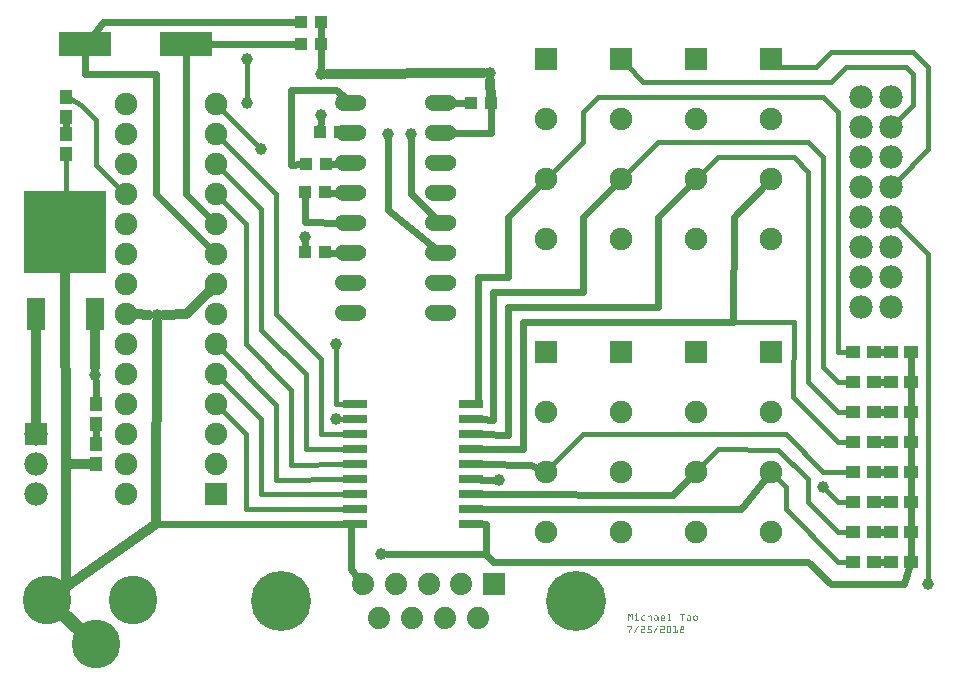
<source format=gtl>
G04 MADE WITH FRITZING*
G04 WWW.FRITZING.ORG*
G04 DOUBLE SIDED*
G04 HOLES PLATED*
G04 CONTOUR ON CENTER OF CONTOUR VECTOR*
%ASAXBY*%
%FSLAX23Y23*%
%MOIN*%
%OFA0B0*%
%SFA1.0B1.0*%
%ADD10C,0.039370*%
%ADD11C,0.078000*%
%ADD12C,0.072556*%
%ADD13C,0.075333*%
%ADD14C,0.074000*%
%ADD15C,0.200000*%
%ADD16C,0.052000*%
%ADD17C,0.075000*%
%ADD18C,0.162000*%
%ADD19R,0.073944X0.073944*%
%ADD20R,0.043307X0.047244*%
%ADD21R,0.075000X0.075000*%
%ADD22R,0.043307X0.039370*%
%ADD23R,0.078000X0.078000*%
%ADD24R,0.047244X0.043307*%
%ADD25R,0.080000X0.026000*%
%ADD26R,0.177165X0.078740*%
%ADD27R,0.275591X0.275591*%
%ADD28R,0.059055X0.106299*%
%ADD29C,0.024000*%
%ADD30C,0.016000*%
%ADD31C,0.032000*%
%ADD32C,0.048000*%
%ADD33R,0.001000X0.001000*%
%LNCOPPER1*%
G90*
G70*
G54D10*
X2773Y641D03*
X3124Y317D03*
X1399Y1817D03*
X1324Y1817D03*
X1150Y1118D03*
G54D11*
X2899Y1942D03*
X2899Y1842D03*
X2899Y1742D03*
X2899Y1642D03*
X2899Y1542D03*
X2899Y1442D03*
X2899Y1342D03*
X2899Y1242D03*
X2899Y1942D03*
X2899Y1842D03*
X2899Y1742D03*
X2899Y1642D03*
X2899Y1542D03*
X2899Y1442D03*
X2899Y1342D03*
X2899Y1242D03*
X2999Y1242D03*
X2999Y1342D03*
X2999Y1442D03*
X2999Y1542D03*
X2999Y1642D03*
X2999Y1742D03*
X2999Y1842D03*
X2999Y1942D03*
G54D10*
X1691Y665D03*
G54D12*
X2099Y2067D03*
G54D13*
X2100Y1867D03*
X2099Y1467D03*
X2099Y1667D03*
G54D12*
X1849Y1092D03*
G54D13*
X1850Y892D03*
X1849Y492D03*
X1849Y692D03*
G54D12*
X2599Y1092D03*
G54D13*
X2600Y892D03*
X2599Y492D03*
X2599Y692D03*
G54D12*
X2349Y1092D03*
G54D13*
X2350Y892D03*
X2349Y492D03*
X2349Y692D03*
G54D12*
X1849Y2067D03*
G54D13*
X1850Y1867D03*
X1849Y1467D03*
X1849Y1667D03*
G54D12*
X2099Y1092D03*
G54D13*
X2100Y892D03*
X2099Y492D03*
X2099Y692D03*
G54D12*
X2349Y2067D03*
G54D13*
X2350Y1867D03*
X2349Y1467D03*
X2349Y1667D03*
G54D12*
X2599Y2067D03*
G54D13*
X2600Y1867D03*
X2599Y1467D03*
X2599Y1667D03*
G54D10*
X1047Y1474D03*
X1150Y867D03*
X1299Y418D03*
X1664Y2021D03*
X851Y2069D03*
G54D14*
X1676Y317D03*
X1567Y317D03*
X1458Y317D03*
X1349Y317D03*
X1240Y317D03*
X1621Y205D03*
X1512Y205D03*
X1404Y205D03*
X1294Y205D03*
G54D15*
X1950Y261D03*
X966Y261D03*
G54D14*
X1676Y317D03*
X1567Y317D03*
X1458Y317D03*
X1349Y317D03*
X1240Y317D03*
X1621Y205D03*
X1512Y205D03*
X1404Y205D03*
X1294Y205D03*
G54D15*
X1950Y261D03*
X966Y261D03*
G54D16*
X1198Y1921D03*
X1198Y1821D03*
X1198Y1721D03*
X1198Y1621D03*
X1198Y1521D03*
X1198Y1421D03*
X1198Y1321D03*
X1198Y1221D03*
X1498Y1221D03*
X1498Y1321D03*
X1498Y1421D03*
X1498Y1521D03*
X1498Y1621D03*
X1498Y1721D03*
X1498Y1821D03*
X1498Y1921D03*
X1198Y1921D03*
X1198Y1821D03*
X1198Y1721D03*
X1198Y1621D03*
X1198Y1521D03*
X1198Y1421D03*
X1198Y1321D03*
X1198Y1221D03*
X1498Y1221D03*
X1498Y1321D03*
X1498Y1421D03*
X1498Y1521D03*
X1498Y1621D03*
X1498Y1721D03*
X1498Y1821D03*
X1498Y1921D03*
G54D17*
X749Y617D03*
X449Y617D03*
X749Y717D03*
X449Y717D03*
X749Y817D03*
X449Y817D03*
X749Y917D03*
X449Y917D03*
X749Y1017D03*
X449Y1017D03*
X749Y1117D03*
X449Y1117D03*
X749Y1217D03*
X449Y1217D03*
X749Y1317D03*
X449Y1317D03*
X749Y1417D03*
X449Y1417D03*
X749Y1517D03*
X449Y1517D03*
X749Y1617D03*
X449Y1617D03*
X749Y1717D03*
X449Y1717D03*
X749Y1817D03*
X449Y1817D03*
X749Y1917D03*
X449Y1917D03*
G54D18*
X474Y265D03*
X186Y264D03*
X349Y117D03*
X474Y265D03*
X186Y264D03*
X349Y117D03*
G54D10*
X1099Y2017D03*
X1099Y1880D03*
X898Y1767D03*
X851Y1922D03*
G54D11*
X149Y817D03*
X149Y717D03*
X149Y617D03*
G54D10*
X347Y1015D03*
X551Y1216D03*
G54D19*
X2098Y2067D03*
X1848Y1092D03*
X2598Y1092D03*
X2348Y1092D03*
X1848Y2067D03*
X2098Y1092D03*
X2348Y2067D03*
X2598Y2067D03*
G54D20*
X349Y850D03*
X349Y917D03*
X349Y717D03*
X349Y784D03*
G54D21*
X749Y617D03*
G54D22*
X1049Y1717D03*
X1116Y1717D03*
X1047Y1624D03*
X1114Y1624D03*
X1047Y1424D03*
X1114Y1424D03*
X1097Y1824D03*
X1164Y1824D03*
X1598Y1921D03*
X1665Y1921D03*
G54D23*
X149Y817D03*
G54D24*
X2999Y392D03*
X3066Y392D03*
X2999Y492D03*
X3066Y492D03*
X2999Y592D03*
X3066Y592D03*
X2999Y692D03*
X3066Y692D03*
X2999Y792D03*
X3066Y792D03*
X2999Y892D03*
X3066Y892D03*
X2999Y992D03*
X3066Y992D03*
G54D20*
X249Y1750D03*
X249Y1817D03*
G54D24*
X2999Y1092D03*
X3066Y1092D03*
X2874Y392D03*
X2941Y392D03*
X2874Y492D03*
X2941Y492D03*
X2874Y592D03*
X2941Y592D03*
X2874Y692D03*
X2941Y692D03*
X2874Y792D03*
X2941Y792D03*
X2874Y892D03*
X2941Y892D03*
X2874Y992D03*
X2941Y992D03*
G54D20*
X249Y1875D03*
X249Y1942D03*
G54D24*
X2874Y1092D03*
X2941Y1092D03*
G54D25*
X1213Y917D03*
X1213Y867D03*
X1213Y817D03*
X1213Y767D03*
X1213Y717D03*
X1213Y667D03*
X1213Y617D03*
X1213Y567D03*
X1599Y567D03*
X1599Y617D03*
X1599Y667D03*
X1599Y717D03*
X1599Y767D03*
X1599Y817D03*
X1599Y867D03*
X1599Y917D03*
X1213Y517D03*
X1599Y517D03*
G54D26*
X314Y2117D03*
X649Y2117D03*
G54D27*
X247Y1490D03*
G54D28*
X346Y1217D03*
X149Y1217D03*
G54D22*
X1099Y2192D03*
X1032Y2192D03*
X1099Y2117D03*
X1032Y2117D03*
G54D29*
X1724Y1541D02*
X1724Y1343D01*
D02*
X1724Y1343D02*
X1624Y1343D01*
D02*
X1974Y1541D02*
X1974Y1291D01*
D02*
X1974Y1291D02*
X1673Y1291D01*
D02*
X2223Y1541D02*
X2223Y1242D01*
D02*
X2223Y1242D02*
X1724Y1242D01*
D02*
X2475Y1541D02*
X2473Y1191D01*
D02*
X2473Y1191D02*
X1773Y1191D01*
D02*
X1623Y918D02*
X1599Y917D01*
D02*
X1773Y1191D02*
X1774Y767D01*
D02*
X1724Y1242D02*
X1723Y816D01*
D02*
X1673Y1291D02*
X1673Y866D01*
D02*
X1624Y1343D02*
X1623Y918D01*
D02*
X1673Y866D02*
X1633Y867D01*
D02*
X1723Y816D02*
X1633Y817D01*
D02*
X1774Y767D02*
X1633Y767D01*
D02*
X2577Y1645D02*
X2475Y1541D01*
D02*
X2326Y1645D02*
X2223Y1541D01*
D02*
X2076Y1645D02*
X1974Y1541D01*
D02*
X1826Y1645D02*
X1724Y1541D01*
D02*
X2274Y616D02*
X1633Y617D01*
D02*
X2498Y567D02*
X1633Y567D01*
D02*
X2579Y668D02*
X2498Y567D01*
D02*
X2327Y670D02*
X2274Y616D01*
D02*
X1798Y716D02*
X1633Y717D01*
D02*
X1820Y706D02*
X1798Y716D01*
G54D30*
D02*
X2675Y1191D02*
X2674Y941D01*
D02*
X2773Y1042D02*
X2823Y992D01*
D02*
X2724Y1692D02*
X2675Y1741D01*
D02*
X2723Y992D02*
X2724Y1692D01*
D02*
X2674Y941D02*
X2823Y793D01*
D02*
X2473Y1191D02*
X2675Y1191D01*
D02*
X2823Y992D02*
X2856Y992D01*
D02*
X2823Y891D02*
X2723Y992D01*
D02*
X2823Y793D02*
X2856Y792D01*
D02*
X2675Y1741D02*
X2423Y1741D01*
D02*
X2423Y1741D02*
X2367Y1686D01*
D02*
X2724Y1792D02*
X2774Y1741D01*
D02*
X2774Y1741D02*
X2773Y1042D01*
D02*
X2224Y1791D02*
X2724Y1792D01*
D02*
X2117Y1686D02*
X2224Y1791D01*
D02*
X2856Y892D02*
X2823Y891D01*
D02*
X1973Y1892D02*
X1974Y1791D01*
D02*
X2773Y691D02*
X2649Y817D01*
D02*
X2824Y1092D02*
X2823Y1891D01*
D02*
X2823Y691D02*
X2773Y691D01*
D02*
X2649Y567D02*
X2649Y642D01*
D02*
X2649Y642D02*
X2617Y674D01*
D02*
X2823Y392D02*
X2649Y567D01*
D02*
X2856Y392D02*
X2823Y392D01*
D02*
X2649Y817D02*
X1973Y817D01*
D02*
X1973Y817D02*
X1867Y711D01*
D02*
X2856Y691D02*
X2823Y691D01*
G54D29*
D02*
X3066Y1008D02*
X3066Y1076D01*
D02*
X3066Y908D02*
X3066Y976D01*
D02*
X3066Y808D02*
X3066Y876D01*
D02*
X3066Y708D02*
X3066Y776D01*
D02*
X3066Y608D02*
X3066Y676D01*
D02*
X3066Y508D02*
X3066Y576D01*
D02*
X3066Y476D02*
X3066Y408D01*
G54D30*
D02*
X2823Y1891D02*
X2774Y1941D01*
D02*
X2774Y1941D02*
X2024Y1942D01*
D02*
X2024Y1942D02*
X1973Y1892D01*
D02*
X1974Y1791D02*
X1867Y1686D01*
D02*
X2856Y1092D02*
X2824Y1092D01*
D02*
X2824Y591D02*
X2783Y632D01*
G54D29*
D02*
X3041Y317D02*
X3060Y376D01*
G54D30*
D02*
X2724Y591D02*
X2724Y667D01*
D02*
X2724Y667D02*
X2624Y766D01*
D02*
X2624Y766D02*
X2424Y767D01*
G54D29*
D02*
X2799Y317D02*
X3041Y317D01*
D02*
X2723Y392D02*
X2799Y317D01*
D02*
X1674Y391D02*
X2723Y392D01*
D02*
X1650Y418D02*
X1674Y391D01*
G54D30*
D02*
X2823Y492D02*
X2724Y591D01*
D02*
X2424Y767D02*
X2367Y711D01*
D02*
X2856Y592D02*
X2824Y591D01*
D02*
X2856Y492D02*
X2823Y492D01*
D02*
X2798Y2092D02*
X2749Y2041D01*
D02*
X3074Y2092D02*
X2798Y2092D01*
D02*
X3123Y2042D02*
X3074Y2092D01*
D02*
X3124Y1767D02*
X3123Y2042D01*
D02*
X2749Y2041D02*
X2624Y2041D01*
D02*
X2624Y2041D02*
X2616Y2050D01*
D02*
X3016Y1659D02*
X3124Y1767D01*
D02*
X3074Y1916D02*
X3016Y1859D01*
D02*
X3074Y2017D02*
X3074Y1916D01*
D02*
X3050Y2042D02*
X3074Y2017D01*
D02*
X2848Y2042D02*
X3050Y2042D01*
D02*
X2799Y1992D02*
X2848Y2042D01*
D02*
X2173Y1992D02*
X2799Y1992D01*
D02*
X2116Y2050D02*
X2173Y1992D01*
D02*
X3124Y1417D02*
X3016Y1524D01*
D02*
X3124Y330D02*
X3124Y1417D01*
G54D29*
D02*
X1399Y1798D02*
X1399Y1617D01*
D02*
X1324Y1798D02*
X1324Y1566D01*
D02*
X1399Y1617D02*
X1479Y1540D01*
D02*
X1324Y1566D02*
X1478Y1439D01*
G54D30*
D02*
X1149Y917D02*
X1178Y917D01*
D02*
X1150Y1104D02*
X1149Y917D01*
D02*
X348Y1866D02*
X348Y1716D01*
D02*
X348Y1716D02*
X432Y1633D01*
D02*
X300Y1916D02*
X348Y1866D01*
D02*
X265Y1934D02*
X300Y1916D01*
D02*
X248Y1606D02*
X249Y1732D01*
G54D29*
D02*
X249Y1835D02*
X249Y1857D01*
D02*
X1672Y665D02*
X1633Y666D01*
D02*
X1199Y367D02*
X1220Y341D01*
D02*
X1199Y517D02*
X1199Y367D01*
D02*
X1213Y517D02*
X1199Y517D01*
D02*
X1047Y1455D02*
X1047Y1438D01*
G54D30*
D02*
X1163Y867D02*
X1178Y867D01*
G54D29*
D02*
X1648Y517D02*
X1633Y517D01*
D02*
X1650Y418D02*
X1648Y517D01*
D02*
X1318Y418D02*
X1650Y418D01*
G54D31*
D02*
X650Y1217D02*
X725Y1293D01*
D02*
X527Y1216D02*
X483Y1217D01*
D02*
X576Y1216D02*
X650Y1217D01*
G54D29*
D02*
X1149Y1966D02*
X998Y1966D01*
D02*
X998Y1716D02*
X1033Y1717D01*
D02*
X1178Y1940D02*
X1149Y1966D01*
D02*
X998Y1966D02*
X998Y1716D01*
G54D31*
D02*
X249Y717D02*
X333Y717D01*
D02*
X249Y717D02*
X249Y317D01*
D02*
X249Y317D02*
X244Y313D01*
D02*
X247Y1364D02*
X249Y717D01*
G54D29*
D02*
X1132Y1718D02*
X1171Y1720D01*
D02*
X349Y832D02*
X349Y802D01*
D02*
X348Y996D02*
X349Y935D01*
G54D31*
D02*
X1123Y2017D02*
X1640Y2021D01*
G54D29*
D02*
X649Y1618D02*
X649Y2083D01*
D02*
X548Y1618D02*
X548Y2018D01*
D02*
X548Y2018D02*
X314Y2018D01*
D02*
X314Y2018D02*
X314Y2083D01*
D02*
X729Y1437D02*
X548Y1618D01*
D02*
X729Y1537D02*
X649Y1618D01*
G54D30*
D02*
X851Y1935D02*
X851Y2056D01*
D02*
X1049Y767D02*
X1049Y1017D01*
D02*
X898Y1567D02*
X765Y1700D01*
D02*
X898Y1166D02*
X898Y1567D01*
D02*
X1049Y1017D02*
X898Y1166D01*
G54D29*
D02*
X1171Y1522D02*
X1046Y1524D01*
D02*
X1046Y1524D02*
X1047Y1609D01*
G54D30*
D02*
X1178Y767D02*
X1049Y767D01*
D02*
X1098Y817D02*
X1098Y1067D01*
D02*
X1178Y817D02*
X1098Y817D01*
D02*
X949Y1617D02*
X765Y1801D01*
D02*
X949Y1218D02*
X949Y1617D01*
D02*
X1098Y1067D02*
X949Y1218D01*
G54D29*
D02*
X1171Y1622D02*
X1130Y1623D01*
G54D30*
D02*
X848Y1517D02*
X848Y1117D01*
D02*
X848Y1117D02*
X999Y966D01*
D02*
X999Y716D02*
X1178Y717D01*
G54D29*
D02*
X1171Y1422D02*
X1130Y1423D01*
G54D30*
D02*
X765Y1601D02*
X848Y1517D01*
D02*
X999Y966D02*
X999Y716D01*
G54D31*
D02*
X549Y517D02*
X248Y307D01*
G54D29*
D02*
X1178Y517D02*
X549Y517D01*
G54D30*
D02*
X765Y900D02*
X848Y817D01*
D02*
X848Y817D02*
X848Y567D01*
D02*
X848Y567D02*
X1178Y567D01*
G54D29*
D02*
X1526Y1921D02*
X1582Y1921D01*
D02*
X1526Y1821D02*
X1665Y1821D01*
D02*
X1665Y1821D02*
X1665Y1907D01*
D02*
X1097Y1838D02*
X1098Y1861D01*
G54D31*
D02*
X1664Y1996D02*
X1665Y1936D01*
G54D30*
D02*
X765Y1101D02*
X949Y916D01*
D02*
X899Y867D02*
X765Y1000D01*
D02*
X889Y1777D02*
X765Y1900D01*
D02*
X898Y617D02*
X899Y867D01*
D02*
X1178Y617D02*
X898Y617D01*
D02*
X949Y916D02*
X949Y666D01*
D02*
X949Y666D02*
X1178Y667D01*
G54D29*
D02*
X1180Y1823D02*
X1171Y1823D01*
D02*
X2959Y492D02*
X2981Y492D01*
D02*
X2959Y592D02*
X2981Y592D01*
D02*
X2959Y392D02*
X2981Y392D01*
D02*
X2959Y1092D02*
X2981Y1092D01*
D02*
X2959Y992D02*
X2981Y992D01*
D02*
X2981Y892D02*
X2959Y892D01*
D02*
X2959Y792D02*
X2981Y792D01*
D02*
X2959Y692D02*
X2981Y692D01*
G54D31*
D02*
X346Y1169D02*
X347Y1040D01*
G54D32*
D02*
X288Y171D02*
X246Y210D01*
G54D31*
D02*
X549Y517D02*
X551Y1191D01*
G54D29*
D02*
X1099Y2131D02*
X1099Y2178D01*
D02*
X1099Y2103D02*
X1099Y2036D01*
D02*
X374Y2191D02*
X1016Y2192D01*
D02*
X341Y2151D02*
X374Y2191D01*
D02*
X732Y2117D02*
X1016Y2117D01*
G54D31*
D02*
X149Y847D02*
X149Y1169D01*
G54D33*
X1169Y1948D02*
X1227Y1948D01*
X1469Y1948D02*
X1527Y1948D01*
X1164Y1947D02*
X1231Y1947D01*
X1464Y1947D02*
X1531Y1947D01*
X1162Y1946D02*
X1234Y1946D01*
X1462Y1946D02*
X1534Y1946D01*
X1160Y1945D02*
X1236Y1945D01*
X1460Y1945D02*
X1536Y1945D01*
X1158Y1944D02*
X1238Y1944D01*
X1458Y1944D02*
X1538Y1944D01*
X1157Y1943D02*
X1239Y1943D01*
X1457Y1943D02*
X1539Y1943D01*
X1156Y1942D02*
X1240Y1942D01*
X1456Y1942D02*
X1540Y1942D01*
X1154Y1941D02*
X1241Y1941D01*
X1454Y1941D02*
X1541Y1941D01*
X1153Y1940D02*
X1242Y1940D01*
X1453Y1940D02*
X1542Y1940D01*
X1153Y1939D02*
X1243Y1939D01*
X1453Y1939D02*
X1543Y1939D01*
X1152Y1938D02*
X1195Y1938D01*
X1201Y1938D02*
X1244Y1938D01*
X1452Y1938D02*
X1495Y1938D01*
X1501Y1938D02*
X1544Y1938D01*
X1151Y1937D02*
X1191Y1937D01*
X1205Y1937D02*
X1245Y1937D01*
X1451Y1937D02*
X1491Y1937D01*
X1504Y1937D02*
X1545Y1937D01*
X1150Y1936D02*
X1189Y1936D01*
X1206Y1936D02*
X1245Y1936D01*
X1450Y1936D02*
X1489Y1936D01*
X1506Y1936D02*
X1545Y1936D01*
X1150Y1935D02*
X1188Y1935D01*
X1208Y1935D02*
X1246Y1935D01*
X1450Y1935D02*
X1488Y1935D01*
X1508Y1935D02*
X1546Y1935D01*
X1149Y1934D02*
X1187Y1934D01*
X1209Y1934D02*
X1246Y1934D01*
X1449Y1934D02*
X1486Y1934D01*
X1509Y1934D02*
X1546Y1934D01*
X1149Y1933D02*
X1186Y1933D01*
X1210Y1933D02*
X1247Y1933D01*
X1449Y1933D02*
X1486Y1933D01*
X1510Y1933D02*
X1547Y1933D01*
X1148Y1932D02*
X1185Y1932D01*
X1211Y1932D02*
X1247Y1932D01*
X1448Y1932D02*
X1485Y1932D01*
X1511Y1932D02*
X1547Y1932D01*
X1148Y1931D02*
X1184Y1931D01*
X1212Y1931D02*
X1248Y1931D01*
X1448Y1931D02*
X1484Y1931D01*
X1512Y1931D02*
X1548Y1931D01*
X1148Y1930D02*
X1183Y1930D01*
X1212Y1930D02*
X1248Y1930D01*
X1447Y1930D02*
X1483Y1930D01*
X1512Y1930D02*
X1548Y1930D01*
X1147Y1929D02*
X1183Y1929D01*
X1213Y1929D02*
X1248Y1929D01*
X1447Y1929D02*
X1483Y1929D01*
X1513Y1929D02*
X1548Y1929D01*
X1147Y1928D02*
X1182Y1928D01*
X1213Y1928D02*
X1249Y1928D01*
X1447Y1928D02*
X1482Y1928D01*
X1513Y1928D02*
X1549Y1928D01*
X1147Y1927D02*
X1182Y1927D01*
X1214Y1927D02*
X1249Y1927D01*
X1447Y1927D02*
X1482Y1927D01*
X1513Y1927D02*
X1549Y1927D01*
X1147Y1926D02*
X1182Y1926D01*
X1214Y1926D02*
X1249Y1926D01*
X1447Y1926D02*
X1482Y1926D01*
X1514Y1926D02*
X1549Y1926D01*
X1146Y1925D02*
X1182Y1925D01*
X1214Y1925D02*
X1249Y1925D01*
X1446Y1925D02*
X1482Y1925D01*
X1514Y1925D02*
X1549Y1925D01*
X1146Y1924D02*
X1182Y1924D01*
X1214Y1924D02*
X1249Y1924D01*
X1446Y1924D02*
X1481Y1924D01*
X1514Y1924D02*
X1549Y1924D01*
X1146Y1923D02*
X1181Y1923D01*
X1214Y1923D02*
X1249Y1923D01*
X1446Y1923D02*
X1481Y1923D01*
X1514Y1923D02*
X1549Y1923D01*
X1146Y1922D02*
X1181Y1922D01*
X1214Y1922D02*
X1249Y1922D01*
X1446Y1922D02*
X1481Y1922D01*
X1514Y1922D02*
X1549Y1922D01*
X1146Y1921D02*
X1181Y1921D01*
X1214Y1921D02*
X1249Y1921D01*
X1446Y1921D02*
X1481Y1921D01*
X1514Y1921D02*
X1549Y1921D01*
X1146Y1920D02*
X1182Y1920D01*
X1214Y1920D02*
X1249Y1920D01*
X1446Y1920D02*
X1482Y1920D01*
X1514Y1920D02*
X1549Y1920D01*
X1147Y1919D02*
X1182Y1919D01*
X1214Y1919D02*
X1249Y1919D01*
X1447Y1919D02*
X1482Y1919D01*
X1514Y1919D02*
X1549Y1919D01*
X1147Y1918D02*
X1182Y1918D01*
X1214Y1918D02*
X1249Y1918D01*
X1447Y1918D02*
X1482Y1918D01*
X1514Y1918D02*
X1549Y1918D01*
X1147Y1917D02*
X1182Y1917D01*
X1213Y1917D02*
X1249Y1917D01*
X1447Y1917D02*
X1482Y1917D01*
X1513Y1917D02*
X1549Y1917D01*
X1147Y1916D02*
X1183Y1916D01*
X1213Y1916D02*
X1249Y1916D01*
X1447Y1916D02*
X1483Y1916D01*
X1513Y1916D02*
X1548Y1916D01*
X1147Y1915D02*
X1183Y1915D01*
X1213Y1915D02*
X1248Y1915D01*
X1447Y1915D02*
X1483Y1915D01*
X1512Y1915D02*
X1548Y1915D01*
X1148Y1914D02*
X1184Y1914D01*
X1212Y1914D02*
X1248Y1914D01*
X1448Y1914D02*
X1484Y1914D01*
X1512Y1914D02*
X1548Y1914D01*
X1148Y1913D02*
X1184Y1913D01*
X1211Y1913D02*
X1248Y1913D01*
X1448Y1913D02*
X1484Y1913D01*
X1511Y1913D02*
X1548Y1913D01*
X1148Y1912D02*
X1185Y1912D01*
X1210Y1912D02*
X1247Y1912D01*
X1448Y1912D02*
X1485Y1912D01*
X1510Y1912D02*
X1547Y1912D01*
X1149Y1911D02*
X1186Y1911D01*
X1210Y1911D02*
X1247Y1911D01*
X1449Y1911D02*
X1486Y1911D01*
X1510Y1911D02*
X1547Y1911D01*
X1150Y1910D02*
X1187Y1910D01*
X1208Y1910D02*
X1246Y1910D01*
X1450Y1910D02*
X1487Y1910D01*
X1508Y1910D02*
X1546Y1910D01*
X1150Y1909D02*
X1188Y1909D01*
X1207Y1909D02*
X1246Y1909D01*
X1450Y1909D02*
X1488Y1909D01*
X1507Y1909D02*
X1546Y1909D01*
X1151Y1908D02*
X1190Y1908D01*
X1205Y1908D02*
X1245Y1908D01*
X1451Y1908D02*
X1490Y1908D01*
X1505Y1908D02*
X1545Y1908D01*
X1151Y1907D02*
X1193Y1907D01*
X1203Y1907D02*
X1244Y1907D01*
X1451Y1907D02*
X1493Y1907D01*
X1503Y1907D02*
X1544Y1907D01*
X1152Y1906D02*
X1243Y1906D01*
X1452Y1906D02*
X1543Y1906D01*
X1153Y1905D02*
X1243Y1905D01*
X1453Y1905D02*
X1543Y1905D01*
X1154Y1904D02*
X1242Y1904D01*
X1454Y1904D02*
X1542Y1904D01*
X1155Y1903D02*
X1241Y1903D01*
X1455Y1903D02*
X1541Y1903D01*
X1156Y1902D02*
X1239Y1902D01*
X1456Y1902D02*
X1539Y1902D01*
X1157Y1901D02*
X1238Y1901D01*
X1457Y1901D02*
X1538Y1901D01*
X1159Y1900D02*
X1237Y1900D01*
X1459Y1900D02*
X1536Y1900D01*
X1161Y1899D02*
X1235Y1899D01*
X1461Y1899D02*
X1535Y1899D01*
X1163Y1898D02*
X1233Y1898D01*
X1463Y1898D02*
X1533Y1898D01*
X1166Y1897D02*
X1229Y1897D01*
X1466Y1897D02*
X1529Y1897D01*
X1169Y1848D02*
X1227Y1848D01*
X1468Y1848D02*
X1527Y1848D01*
X1164Y1847D02*
X1231Y1847D01*
X1464Y1847D02*
X1531Y1847D01*
X1162Y1846D02*
X1234Y1846D01*
X1462Y1846D02*
X1534Y1846D01*
X1160Y1845D02*
X1236Y1845D01*
X1460Y1845D02*
X1536Y1845D01*
X1158Y1844D02*
X1238Y1844D01*
X1458Y1844D02*
X1538Y1844D01*
X1157Y1843D02*
X1239Y1843D01*
X1457Y1843D02*
X1539Y1843D01*
X1156Y1842D02*
X1240Y1842D01*
X1456Y1842D02*
X1540Y1842D01*
X1154Y1841D02*
X1241Y1841D01*
X1454Y1841D02*
X1541Y1841D01*
X1153Y1840D02*
X1242Y1840D01*
X1453Y1840D02*
X1542Y1840D01*
X1153Y1839D02*
X1243Y1839D01*
X1453Y1839D02*
X1543Y1839D01*
X1152Y1838D02*
X1194Y1838D01*
X1201Y1838D02*
X1244Y1838D01*
X1452Y1838D02*
X1494Y1838D01*
X1501Y1838D02*
X1544Y1838D01*
X1151Y1837D02*
X1191Y1837D01*
X1205Y1837D02*
X1245Y1837D01*
X1451Y1837D02*
X1491Y1837D01*
X1505Y1837D02*
X1545Y1837D01*
X1150Y1836D02*
X1189Y1836D01*
X1206Y1836D02*
X1245Y1836D01*
X1450Y1836D02*
X1489Y1836D01*
X1506Y1836D02*
X1545Y1836D01*
X1150Y1835D02*
X1188Y1835D01*
X1208Y1835D02*
X1246Y1835D01*
X1450Y1835D02*
X1488Y1835D01*
X1508Y1835D02*
X1546Y1835D01*
X1149Y1834D02*
X1186Y1834D01*
X1209Y1834D02*
X1246Y1834D01*
X1449Y1834D02*
X1486Y1834D01*
X1509Y1834D02*
X1546Y1834D01*
X1149Y1833D02*
X1186Y1833D01*
X1210Y1833D02*
X1247Y1833D01*
X1449Y1833D02*
X1485Y1833D01*
X1510Y1833D02*
X1547Y1833D01*
X1148Y1832D02*
X1185Y1832D01*
X1211Y1832D02*
X1247Y1832D01*
X1448Y1832D02*
X1485Y1832D01*
X1511Y1832D02*
X1547Y1832D01*
X1148Y1831D02*
X1184Y1831D01*
X1212Y1831D02*
X1248Y1831D01*
X1448Y1831D02*
X1484Y1831D01*
X1512Y1831D02*
X1548Y1831D01*
X1147Y1830D02*
X1183Y1830D01*
X1212Y1830D02*
X1248Y1830D01*
X1447Y1830D02*
X1483Y1830D01*
X1512Y1830D02*
X1548Y1830D01*
X1147Y1829D02*
X1183Y1829D01*
X1213Y1829D02*
X1248Y1829D01*
X1447Y1829D02*
X1483Y1829D01*
X1513Y1829D02*
X1548Y1829D01*
X1147Y1828D02*
X1182Y1828D01*
X1213Y1828D02*
X1249Y1828D01*
X1447Y1828D02*
X1482Y1828D01*
X1513Y1828D02*
X1549Y1828D01*
X1147Y1827D02*
X1182Y1827D01*
X1214Y1827D02*
X1249Y1827D01*
X1447Y1827D02*
X1482Y1827D01*
X1514Y1827D02*
X1549Y1827D01*
X1147Y1826D02*
X1182Y1826D01*
X1214Y1826D02*
X1249Y1826D01*
X1447Y1826D02*
X1482Y1826D01*
X1514Y1826D02*
X1549Y1826D01*
X1146Y1825D02*
X1182Y1825D01*
X1214Y1825D02*
X1249Y1825D01*
X1446Y1825D02*
X1482Y1825D01*
X1514Y1825D02*
X1549Y1825D01*
X1146Y1824D02*
X1182Y1824D01*
X1214Y1824D02*
X1249Y1824D01*
X1446Y1824D02*
X1481Y1824D01*
X1514Y1824D02*
X1549Y1824D01*
X1146Y1823D02*
X1181Y1823D01*
X1214Y1823D02*
X1249Y1823D01*
X1446Y1823D02*
X1481Y1823D01*
X1514Y1823D02*
X1549Y1823D01*
X1146Y1822D02*
X1181Y1822D01*
X1214Y1822D02*
X1249Y1822D01*
X1446Y1822D02*
X1481Y1822D01*
X1514Y1822D02*
X1549Y1822D01*
X1146Y1821D02*
X1181Y1821D01*
X1214Y1821D02*
X1249Y1821D01*
X1446Y1821D02*
X1481Y1821D01*
X1514Y1821D02*
X1549Y1821D01*
X1146Y1820D02*
X1182Y1820D01*
X1214Y1820D02*
X1249Y1820D01*
X1446Y1820D02*
X1482Y1820D01*
X1514Y1820D02*
X1549Y1820D01*
X1147Y1819D02*
X1182Y1819D01*
X1214Y1819D02*
X1249Y1819D01*
X1447Y1819D02*
X1482Y1819D01*
X1514Y1819D02*
X1549Y1819D01*
X1147Y1818D02*
X1182Y1818D01*
X1214Y1818D02*
X1249Y1818D01*
X1447Y1818D02*
X1482Y1818D01*
X1514Y1818D02*
X1549Y1818D01*
X1147Y1817D02*
X1182Y1817D01*
X1213Y1817D02*
X1249Y1817D01*
X1447Y1817D02*
X1482Y1817D01*
X1513Y1817D02*
X1549Y1817D01*
X1147Y1816D02*
X1183Y1816D01*
X1213Y1816D02*
X1249Y1816D01*
X1447Y1816D02*
X1483Y1816D01*
X1513Y1816D02*
X1548Y1816D01*
X1147Y1815D02*
X1183Y1815D01*
X1212Y1815D02*
X1248Y1815D01*
X1447Y1815D02*
X1483Y1815D01*
X1512Y1815D02*
X1548Y1815D01*
X1148Y1814D02*
X1184Y1814D01*
X1212Y1814D02*
X1248Y1814D01*
X1448Y1814D02*
X1484Y1814D01*
X1512Y1814D02*
X1548Y1814D01*
X1148Y1813D02*
X1184Y1813D01*
X1211Y1813D02*
X1248Y1813D01*
X1448Y1813D02*
X1484Y1813D01*
X1511Y1813D02*
X1548Y1813D01*
X1148Y1812D02*
X1185Y1812D01*
X1210Y1812D02*
X1247Y1812D01*
X1448Y1812D02*
X1485Y1812D01*
X1510Y1812D02*
X1547Y1812D01*
X1149Y1811D02*
X1186Y1811D01*
X1210Y1811D02*
X1247Y1811D01*
X1449Y1811D02*
X1486Y1811D01*
X1510Y1811D02*
X1547Y1811D01*
X1150Y1810D02*
X1187Y1810D01*
X1208Y1810D02*
X1246Y1810D01*
X1450Y1810D02*
X1487Y1810D01*
X1508Y1810D02*
X1546Y1810D01*
X1150Y1809D02*
X1189Y1809D01*
X1207Y1809D02*
X1246Y1809D01*
X1450Y1809D02*
X1488Y1809D01*
X1507Y1809D02*
X1546Y1809D01*
X1151Y1808D02*
X1190Y1808D01*
X1205Y1808D02*
X1245Y1808D01*
X1451Y1808D02*
X1490Y1808D01*
X1505Y1808D02*
X1545Y1808D01*
X1151Y1807D02*
X1193Y1807D01*
X1203Y1807D02*
X1244Y1807D01*
X1451Y1807D02*
X1493Y1807D01*
X1503Y1807D02*
X1544Y1807D01*
X1152Y1806D02*
X1243Y1806D01*
X1452Y1806D02*
X1543Y1806D01*
X1153Y1805D02*
X1243Y1805D01*
X1453Y1805D02*
X1543Y1805D01*
X1154Y1804D02*
X1242Y1804D01*
X1454Y1804D02*
X1542Y1804D01*
X1155Y1803D02*
X1241Y1803D01*
X1455Y1803D02*
X1541Y1803D01*
X1156Y1802D02*
X1239Y1802D01*
X1456Y1802D02*
X1539Y1802D01*
X1158Y1801D02*
X1238Y1801D01*
X1457Y1801D02*
X1538Y1801D01*
X1159Y1800D02*
X1236Y1800D01*
X1459Y1800D02*
X1536Y1800D01*
X1161Y1799D02*
X1235Y1799D01*
X1461Y1799D02*
X1535Y1799D01*
X1163Y1798D02*
X1232Y1798D01*
X1463Y1798D02*
X1532Y1798D01*
X1166Y1797D02*
X1229Y1797D01*
X1466Y1797D02*
X1529Y1797D01*
X1168Y1748D02*
X1227Y1748D01*
X1468Y1748D02*
X1527Y1748D01*
X1164Y1747D02*
X1232Y1747D01*
X1464Y1747D02*
X1532Y1747D01*
X1162Y1746D02*
X1234Y1746D01*
X1462Y1746D02*
X1534Y1746D01*
X1160Y1745D02*
X1236Y1745D01*
X1460Y1745D02*
X1536Y1745D01*
X1158Y1744D02*
X1238Y1744D01*
X1458Y1744D02*
X1538Y1744D01*
X1157Y1743D02*
X1239Y1743D01*
X1457Y1743D02*
X1539Y1743D01*
X1155Y1742D02*
X1240Y1742D01*
X1455Y1742D02*
X1540Y1742D01*
X1154Y1741D02*
X1241Y1741D01*
X1454Y1741D02*
X1541Y1741D01*
X1153Y1740D02*
X1242Y1740D01*
X1453Y1740D02*
X1542Y1740D01*
X1153Y1739D02*
X1243Y1739D01*
X1452Y1739D02*
X1543Y1739D01*
X1152Y1738D02*
X1194Y1738D01*
X1201Y1738D02*
X1244Y1738D01*
X1452Y1738D02*
X1494Y1738D01*
X1501Y1738D02*
X1544Y1738D01*
X1151Y1737D02*
X1191Y1737D01*
X1205Y1737D02*
X1245Y1737D01*
X1451Y1737D02*
X1491Y1737D01*
X1505Y1737D02*
X1545Y1737D01*
X1150Y1736D02*
X1189Y1736D01*
X1207Y1736D02*
X1245Y1736D01*
X1450Y1736D02*
X1489Y1736D01*
X1507Y1736D02*
X1545Y1736D01*
X1150Y1735D02*
X1188Y1735D01*
X1208Y1735D02*
X1246Y1735D01*
X1450Y1735D02*
X1488Y1735D01*
X1508Y1735D02*
X1546Y1735D01*
X1149Y1734D02*
X1186Y1734D01*
X1209Y1734D02*
X1246Y1734D01*
X1449Y1734D02*
X1486Y1734D01*
X1509Y1734D02*
X1546Y1734D01*
X1149Y1733D02*
X1185Y1733D01*
X1210Y1733D02*
X1247Y1733D01*
X1449Y1733D02*
X1485Y1733D01*
X1510Y1733D02*
X1547Y1733D01*
X1148Y1732D02*
X1185Y1732D01*
X1211Y1732D02*
X1247Y1732D01*
X1448Y1732D02*
X1485Y1732D01*
X1511Y1732D02*
X1547Y1732D01*
X1148Y1731D02*
X1184Y1731D01*
X1212Y1731D02*
X1248Y1731D01*
X1448Y1731D02*
X1484Y1731D01*
X1512Y1731D02*
X1548Y1731D01*
X1147Y1730D02*
X1183Y1730D01*
X1212Y1730D02*
X1248Y1730D01*
X1447Y1730D02*
X1483Y1730D01*
X1512Y1730D02*
X1548Y1730D01*
X1147Y1729D02*
X1183Y1729D01*
X1213Y1729D02*
X1248Y1729D01*
X1447Y1729D02*
X1483Y1729D01*
X1513Y1729D02*
X1548Y1729D01*
X1147Y1728D02*
X1182Y1728D01*
X1213Y1728D02*
X1249Y1728D01*
X1447Y1728D02*
X1482Y1728D01*
X1513Y1728D02*
X1549Y1728D01*
X1147Y1727D02*
X1182Y1727D01*
X1214Y1727D02*
X1249Y1727D01*
X1447Y1727D02*
X1482Y1727D01*
X1514Y1727D02*
X1549Y1727D01*
X1147Y1726D02*
X1182Y1726D01*
X1214Y1726D02*
X1249Y1726D01*
X1447Y1726D02*
X1482Y1726D01*
X1514Y1726D02*
X1549Y1726D01*
X1146Y1725D02*
X1182Y1725D01*
X1214Y1725D02*
X1249Y1725D01*
X1446Y1725D02*
X1482Y1725D01*
X1514Y1725D02*
X1549Y1725D01*
X1146Y1724D02*
X1181Y1724D01*
X1214Y1724D02*
X1249Y1724D01*
X1446Y1724D02*
X1481Y1724D01*
X1514Y1724D02*
X1549Y1724D01*
X1146Y1723D02*
X1181Y1723D01*
X1214Y1723D02*
X1249Y1723D01*
X1446Y1723D02*
X1481Y1723D01*
X1514Y1723D02*
X1549Y1723D01*
X1146Y1722D02*
X1181Y1722D01*
X1214Y1722D02*
X1249Y1722D01*
X1446Y1722D02*
X1481Y1722D01*
X1514Y1722D02*
X1549Y1722D01*
X1146Y1721D02*
X1181Y1721D01*
X1214Y1721D02*
X1249Y1721D01*
X1446Y1721D02*
X1481Y1721D01*
X1514Y1721D02*
X1549Y1721D01*
X1146Y1720D02*
X1182Y1720D01*
X1214Y1720D02*
X1249Y1720D01*
X1446Y1720D02*
X1482Y1720D01*
X1514Y1720D02*
X1549Y1720D01*
X1147Y1719D02*
X1182Y1719D01*
X1214Y1719D02*
X1249Y1719D01*
X1447Y1719D02*
X1482Y1719D01*
X1514Y1719D02*
X1549Y1719D01*
X1147Y1718D02*
X1182Y1718D01*
X1214Y1718D02*
X1249Y1718D01*
X1447Y1718D02*
X1482Y1718D01*
X1514Y1718D02*
X1549Y1718D01*
X1147Y1717D02*
X1182Y1717D01*
X1213Y1717D02*
X1249Y1717D01*
X1447Y1717D02*
X1482Y1717D01*
X1513Y1717D02*
X1549Y1717D01*
X1147Y1716D02*
X1183Y1716D01*
X1213Y1716D02*
X1249Y1716D01*
X1447Y1716D02*
X1483Y1716D01*
X1513Y1716D02*
X1548Y1716D01*
X1147Y1715D02*
X1183Y1715D01*
X1212Y1715D02*
X1248Y1715D01*
X1447Y1715D02*
X1483Y1715D01*
X1512Y1715D02*
X1548Y1715D01*
X1148Y1714D02*
X1184Y1714D01*
X1212Y1714D02*
X1248Y1714D01*
X1448Y1714D02*
X1484Y1714D01*
X1512Y1714D02*
X1548Y1714D01*
X1148Y1713D02*
X1184Y1713D01*
X1211Y1713D02*
X1248Y1713D01*
X1448Y1713D02*
X1484Y1713D01*
X1511Y1713D02*
X1548Y1713D01*
X1149Y1712D02*
X1185Y1712D01*
X1210Y1712D02*
X1247Y1712D01*
X1448Y1712D02*
X1485Y1712D01*
X1510Y1712D02*
X1547Y1712D01*
X1149Y1711D02*
X1186Y1711D01*
X1210Y1711D02*
X1247Y1711D01*
X1449Y1711D02*
X1486Y1711D01*
X1510Y1711D02*
X1547Y1711D01*
X1150Y1710D02*
X1187Y1710D01*
X1208Y1710D02*
X1246Y1710D01*
X1450Y1710D02*
X1487Y1710D01*
X1508Y1710D02*
X1546Y1710D01*
X1150Y1709D02*
X1189Y1709D01*
X1207Y1709D02*
X1246Y1709D01*
X1450Y1709D02*
X1489Y1709D01*
X1507Y1709D02*
X1546Y1709D01*
X1151Y1708D02*
X1190Y1708D01*
X1205Y1708D02*
X1245Y1708D01*
X1451Y1708D02*
X1490Y1708D01*
X1505Y1708D02*
X1545Y1708D01*
X1151Y1707D02*
X1193Y1707D01*
X1203Y1707D02*
X1244Y1707D01*
X1451Y1707D02*
X1493Y1707D01*
X1503Y1707D02*
X1544Y1707D01*
X1152Y1706D02*
X1243Y1706D01*
X1452Y1706D02*
X1543Y1706D01*
X1153Y1705D02*
X1243Y1705D01*
X1453Y1705D02*
X1543Y1705D01*
X1154Y1704D02*
X1242Y1704D01*
X1454Y1704D02*
X1542Y1704D01*
X1155Y1703D02*
X1241Y1703D01*
X1455Y1703D02*
X1540Y1703D01*
X1156Y1702D02*
X1239Y1702D01*
X1456Y1702D02*
X1539Y1702D01*
X1158Y1701D02*
X1238Y1701D01*
X1458Y1701D02*
X1538Y1701D01*
X1159Y1700D02*
X1236Y1700D01*
X1459Y1700D02*
X1536Y1700D01*
X1161Y1699D02*
X1235Y1699D01*
X1461Y1699D02*
X1535Y1699D01*
X1163Y1698D02*
X1232Y1698D01*
X1463Y1698D02*
X1532Y1698D01*
X1167Y1697D02*
X1229Y1697D01*
X1467Y1697D02*
X1529Y1697D01*
X1168Y1648D02*
X1228Y1648D01*
X1468Y1648D02*
X1528Y1648D01*
X1164Y1647D02*
X1232Y1647D01*
X1464Y1647D02*
X1532Y1647D01*
X1162Y1646D02*
X1234Y1646D01*
X1462Y1646D02*
X1534Y1646D01*
X1160Y1645D02*
X1236Y1645D01*
X1460Y1645D02*
X1536Y1645D01*
X1158Y1644D02*
X1238Y1644D01*
X1458Y1644D02*
X1538Y1644D01*
X1157Y1643D02*
X1239Y1643D01*
X1457Y1643D02*
X1539Y1643D01*
X1155Y1642D02*
X1240Y1642D01*
X1455Y1642D02*
X1540Y1642D01*
X1154Y1641D02*
X1241Y1641D01*
X1454Y1641D02*
X1541Y1641D01*
X1153Y1640D02*
X1242Y1640D01*
X1453Y1640D02*
X1542Y1640D01*
X1152Y1639D02*
X1243Y1639D01*
X1452Y1639D02*
X1543Y1639D01*
X1152Y1638D02*
X1194Y1638D01*
X1202Y1638D02*
X1244Y1638D01*
X1452Y1638D02*
X1494Y1638D01*
X1502Y1638D02*
X1544Y1638D01*
X1151Y1637D02*
X1191Y1637D01*
X1205Y1637D02*
X1245Y1637D01*
X1451Y1637D02*
X1491Y1637D01*
X1505Y1637D02*
X1545Y1637D01*
X1150Y1636D02*
X1189Y1636D01*
X1207Y1636D02*
X1245Y1636D01*
X1450Y1636D02*
X1489Y1636D01*
X1507Y1636D02*
X1545Y1636D01*
X1150Y1635D02*
X1188Y1635D01*
X1208Y1635D02*
X1246Y1635D01*
X1450Y1635D02*
X1488Y1635D01*
X1508Y1635D02*
X1546Y1635D01*
X1149Y1634D02*
X1186Y1634D01*
X1209Y1634D02*
X1246Y1634D01*
X1449Y1634D02*
X1486Y1634D01*
X1509Y1634D02*
X1546Y1634D01*
X1149Y1633D02*
X1185Y1633D01*
X1210Y1633D02*
X1247Y1633D01*
X1449Y1633D02*
X1485Y1633D01*
X1510Y1633D02*
X1547Y1633D01*
X1148Y1632D02*
X1185Y1632D01*
X1211Y1632D02*
X1247Y1632D01*
X1448Y1632D02*
X1485Y1632D01*
X1511Y1632D02*
X1547Y1632D01*
X1148Y1631D02*
X1184Y1631D01*
X1212Y1631D02*
X1248Y1631D01*
X1448Y1631D02*
X1484Y1631D01*
X1512Y1631D02*
X1548Y1631D01*
X1147Y1630D02*
X1183Y1630D01*
X1212Y1630D02*
X1248Y1630D01*
X1447Y1630D02*
X1483Y1630D01*
X1512Y1630D02*
X1548Y1630D01*
X1147Y1629D02*
X1183Y1629D01*
X1213Y1629D02*
X1248Y1629D01*
X1447Y1629D02*
X1483Y1629D01*
X1513Y1629D02*
X1548Y1629D01*
X1147Y1628D02*
X1182Y1628D01*
X1213Y1628D02*
X1249Y1628D01*
X1447Y1628D02*
X1482Y1628D01*
X1513Y1628D02*
X1549Y1628D01*
X1147Y1627D02*
X1182Y1627D01*
X1214Y1627D02*
X1249Y1627D01*
X1447Y1627D02*
X1482Y1627D01*
X1514Y1627D02*
X1549Y1627D01*
X1147Y1626D02*
X1182Y1626D01*
X1214Y1626D02*
X1249Y1626D01*
X1447Y1626D02*
X1482Y1626D01*
X1514Y1626D02*
X1549Y1626D01*
X1146Y1625D02*
X1182Y1625D01*
X1214Y1625D02*
X1249Y1625D01*
X1446Y1625D02*
X1482Y1625D01*
X1514Y1625D02*
X1549Y1625D01*
X1146Y1624D02*
X1181Y1624D01*
X1214Y1624D02*
X1249Y1624D01*
X1446Y1624D02*
X1481Y1624D01*
X1514Y1624D02*
X1549Y1624D01*
X1146Y1623D02*
X1181Y1623D01*
X1214Y1623D02*
X1249Y1623D01*
X1446Y1623D02*
X1481Y1623D01*
X1514Y1623D02*
X1549Y1623D01*
X1146Y1622D02*
X1181Y1622D01*
X1214Y1622D02*
X1249Y1622D01*
X1446Y1622D02*
X1481Y1622D01*
X1514Y1622D02*
X1549Y1622D01*
X1146Y1621D02*
X1181Y1621D01*
X1214Y1621D02*
X1249Y1621D01*
X1446Y1621D02*
X1481Y1621D01*
X1514Y1621D02*
X1549Y1621D01*
X1146Y1620D02*
X1182Y1620D01*
X1214Y1620D02*
X1249Y1620D01*
X1446Y1620D02*
X1482Y1620D01*
X1514Y1620D02*
X1549Y1620D01*
X1147Y1619D02*
X1182Y1619D01*
X1214Y1619D02*
X1249Y1619D01*
X1447Y1619D02*
X1482Y1619D01*
X1514Y1619D02*
X1549Y1619D01*
X1147Y1618D02*
X1182Y1618D01*
X1214Y1618D02*
X1249Y1618D01*
X1447Y1618D02*
X1482Y1618D01*
X1514Y1618D02*
X1549Y1618D01*
X1147Y1617D02*
X1182Y1617D01*
X1213Y1617D02*
X1249Y1617D01*
X1447Y1617D02*
X1482Y1617D01*
X1513Y1617D02*
X1549Y1617D01*
X1147Y1616D02*
X1183Y1616D01*
X1213Y1616D02*
X1249Y1616D01*
X1447Y1616D02*
X1483Y1616D01*
X1513Y1616D02*
X1548Y1616D01*
X1147Y1615D02*
X1183Y1615D01*
X1212Y1615D02*
X1248Y1615D01*
X1447Y1615D02*
X1483Y1615D01*
X1512Y1615D02*
X1548Y1615D01*
X1148Y1614D02*
X1184Y1614D01*
X1212Y1614D02*
X1248Y1614D01*
X1448Y1614D02*
X1484Y1614D01*
X1512Y1614D02*
X1548Y1614D01*
X1148Y1613D02*
X1184Y1613D01*
X1211Y1613D02*
X1248Y1613D01*
X1448Y1613D02*
X1484Y1613D01*
X1511Y1613D02*
X1548Y1613D01*
X1149Y1612D02*
X1185Y1612D01*
X1210Y1612D02*
X1247Y1612D01*
X1448Y1612D02*
X1485Y1612D01*
X1510Y1612D02*
X1547Y1612D01*
X1149Y1611D02*
X1186Y1611D01*
X1210Y1611D02*
X1247Y1611D01*
X1449Y1611D02*
X1486Y1611D01*
X1509Y1611D02*
X1547Y1611D01*
X1150Y1610D02*
X1187Y1610D01*
X1208Y1610D02*
X1246Y1610D01*
X1450Y1610D02*
X1487Y1610D01*
X1508Y1610D02*
X1546Y1610D01*
X1150Y1609D02*
X1189Y1609D01*
X1207Y1609D02*
X1246Y1609D01*
X1450Y1609D02*
X1489Y1609D01*
X1507Y1609D02*
X1545Y1609D01*
X1151Y1608D02*
X1190Y1608D01*
X1205Y1608D02*
X1245Y1608D01*
X1451Y1608D02*
X1490Y1608D01*
X1505Y1608D02*
X1545Y1608D01*
X1151Y1607D02*
X1193Y1607D01*
X1202Y1607D02*
X1244Y1607D01*
X1451Y1607D02*
X1493Y1607D01*
X1502Y1607D02*
X1544Y1607D01*
X1152Y1606D02*
X1243Y1606D01*
X1452Y1606D02*
X1543Y1606D01*
X1153Y1605D02*
X1243Y1605D01*
X1453Y1605D02*
X1543Y1605D01*
X1154Y1604D02*
X1242Y1604D01*
X1454Y1604D02*
X1542Y1604D01*
X1155Y1603D02*
X1240Y1603D01*
X1455Y1603D02*
X1540Y1603D01*
X1156Y1602D02*
X1239Y1602D01*
X1456Y1602D02*
X1539Y1602D01*
X1158Y1601D02*
X1238Y1601D01*
X1458Y1601D02*
X1538Y1601D01*
X1159Y1600D02*
X1236Y1600D01*
X1459Y1600D02*
X1536Y1600D01*
X1161Y1599D02*
X1234Y1599D01*
X1461Y1599D02*
X1534Y1599D01*
X1163Y1598D02*
X1232Y1598D01*
X1463Y1598D02*
X1532Y1598D01*
X1167Y1597D02*
X1229Y1597D01*
X1467Y1597D02*
X1529Y1597D01*
X1168Y1548D02*
X1228Y1548D01*
X1468Y1548D02*
X1528Y1548D01*
X1164Y1547D02*
X1232Y1547D01*
X1464Y1547D02*
X1532Y1547D01*
X1162Y1546D02*
X1234Y1546D01*
X1462Y1546D02*
X1534Y1546D01*
X1160Y1545D02*
X1236Y1545D01*
X1460Y1545D02*
X1536Y1545D01*
X1158Y1544D02*
X1238Y1544D01*
X1458Y1544D02*
X1538Y1544D01*
X1157Y1543D02*
X1239Y1543D01*
X1457Y1543D02*
X1539Y1543D01*
X1155Y1542D02*
X1240Y1542D01*
X1455Y1542D02*
X1540Y1542D01*
X1154Y1541D02*
X1241Y1541D01*
X1454Y1541D02*
X1541Y1541D01*
X1153Y1540D02*
X1242Y1540D01*
X1453Y1540D02*
X1542Y1540D01*
X1152Y1539D02*
X1243Y1539D01*
X1452Y1539D02*
X1543Y1539D01*
X1152Y1538D02*
X1194Y1538D01*
X1202Y1538D02*
X1244Y1538D01*
X1452Y1538D02*
X1494Y1538D01*
X1502Y1538D02*
X1544Y1538D01*
X1151Y1537D02*
X1191Y1537D01*
X1205Y1537D02*
X1245Y1537D01*
X1451Y1537D02*
X1491Y1537D01*
X1505Y1537D02*
X1545Y1537D01*
X1150Y1536D02*
X1189Y1536D01*
X1207Y1536D02*
X1245Y1536D01*
X1450Y1536D02*
X1489Y1536D01*
X1507Y1536D02*
X1545Y1536D01*
X1150Y1535D02*
X1188Y1535D01*
X1208Y1535D02*
X1246Y1535D01*
X1450Y1535D02*
X1488Y1535D01*
X1508Y1535D02*
X1546Y1535D01*
X1149Y1534D02*
X1186Y1534D01*
X1209Y1534D02*
X1246Y1534D01*
X1449Y1534D02*
X1486Y1534D01*
X1509Y1534D02*
X1546Y1534D01*
X1149Y1533D02*
X1185Y1533D01*
X1210Y1533D02*
X1247Y1533D01*
X1449Y1533D02*
X1485Y1533D01*
X1510Y1533D02*
X1547Y1533D01*
X1148Y1532D02*
X1185Y1532D01*
X1211Y1532D02*
X1247Y1532D01*
X1448Y1532D02*
X1485Y1532D01*
X1511Y1532D02*
X1547Y1532D01*
X1148Y1531D02*
X1184Y1531D01*
X1212Y1531D02*
X1248Y1531D01*
X1448Y1531D02*
X1484Y1531D01*
X1512Y1531D02*
X1548Y1531D01*
X1147Y1530D02*
X1183Y1530D01*
X1212Y1530D02*
X1248Y1530D01*
X1447Y1530D02*
X1483Y1530D01*
X1512Y1530D02*
X1548Y1530D01*
X1147Y1529D02*
X1183Y1529D01*
X1213Y1529D02*
X1248Y1529D01*
X1447Y1529D02*
X1483Y1529D01*
X1513Y1529D02*
X1548Y1529D01*
X1147Y1528D02*
X1182Y1528D01*
X1213Y1528D02*
X1249Y1528D01*
X1447Y1528D02*
X1482Y1528D01*
X1513Y1528D02*
X1549Y1528D01*
X1147Y1527D02*
X1182Y1527D01*
X1214Y1527D02*
X1249Y1527D01*
X1447Y1527D02*
X1482Y1527D01*
X1514Y1527D02*
X1549Y1527D01*
X1147Y1526D02*
X1182Y1526D01*
X1214Y1526D02*
X1249Y1526D01*
X1447Y1526D02*
X1482Y1526D01*
X1514Y1526D02*
X1549Y1526D01*
X1146Y1525D02*
X1182Y1525D01*
X1214Y1525D02*
X1249Y1525D01*
X1446Y1525D02*
X1482Y1525D01*
X1514Y1525D02*
X1549Y1525D01*
X1146Y1524D02*
X1181Y1524D01*
X1214Y1524D02*
X1249Y1524D01*
X1446Y1524D02*
X1481Y1524D01*
X1514Y1524D02*
X1549Y1524D01*
X1146Y1523D02*
X1181Y1523D01*
X1214Y1523D02*
X1249Y1523D01*
X1446Y1523D02*
X1481Y1523D01*
X1514Y1523D02*
X1549Y1523D01*
X1146Y1522D02*
X1181Y1522D01*
X1214Y1522D02*
X1249Y1522D01*
X1446Y1522D02*
X1481Y1522D01*
X1514Y1522D02*
X1549Y1522D01*
X1146Y1521D02*
X1181Y1521D01*
X1214Y1521D02*
X1249Y1521D01*
X1446Y1521D02*
X1481Y1521D01*
X1514Y1521D02*
X1549Y1521D01*
X1146Y1520D02*
X1182Y1520D01*
X1214Y1520D02*
X1249Y1520D01*
X1446Y1520D02*
X1482Y1520D01*
X1514Y1520D02*
X1549Y1520D01*
X1147Y1519D02*
X1182Y1519D01*
X1214Y1519D02*
X1249Y1519D01*
X1447Y1519D02*
X1482Y1519D01*
X1514Y1519D02*
X1549Y1519D01*
X1147Y1518D02*
X1182Y1518D01*
X1214Y1518D02*
X1249Y1518D01*
X1447Y1518D02*
X1482Y1518D01*
X1514Y1518D02*
X1549Y1518D01*
X1147Y1517D02*
X1182Y1517D01*
X1213Y1517D02*
X1249Y1517D01*
X1447Y1517D02*
X1482Y1517D01*
X1513Y1517D02*
X1549Y1517D01*
X1147Y1516D02*
X1183Y1516D01*
X1213Y1516D02*
X1248Y1516D01*
X1447Y1516D02*
X1483Y1516D01*
X1513Y1516D02*
X1548Y1516D01*
X1147Y1515D02*
X1183Y1515D01*
X1212Y1515D02*
X1248Y1515D01*
X1447Y1515D02*
X1483Y1515D01*
X1512Y1515D02*
X1548Y1515D01*
X1148Y1514D02*
X1184Y1514D01*
X1212Y1514D02*
X1248Y1514D01*
X1448Y1514D02*
X1484Y1514D01*
X1512Y1514D02*
X1548Y1514D01*
X1148Y1513D02*
X1184Y1513D01*
X1211Y1513D02*
X1248Y1513D01*
X1448Y1513D02*
X1484Y1513D01*
X1511Y1513D02*
X1548Y1513D01*
X1149Y1512D02*
X1185Y1512D01*
X1210Y1512D02*
X1247Y1512D01*
X1449Y1512D02*
X1485Y1512D01*
X1510Y1512D02*
X1547Y1512D01*
X1149Y1511D02*
X1186Y1511D01*
X1209Y1511D02*
X1247Y1511D01*
X1449Y1511D02*
X1486Y1511D01*
X1509Y1511D02*
X1547Y1511D01*
X1150Y1510D02*
X1187Y1510D01*
X1208Y1510D02*
X1246Y1510D01*
X1450Y1510D02*
X1487Y1510D01*
X1508Y1510D02*
X1546Y1510D01*
X1150Y1509D02*
X1189Y1509D01*
X1207Y1509D02*
X1245Y1509D01*
X1450Y1509D02*
X1489Y1509D01*
X1507Y1509D02*
X1545Y1509D01*
X1151Y1508D02*
X1191Y1508D01*
X1205Y1508D02*
X1245Y1508D01*
X1451Y1508D02*
X1490Y1508D01*
X1505Y1508D02*
X1545Y1508D01*
X1152Y1507D02*
X1193Y1507D01*
X1202Y1507D02*
X1244Y1507D01*
X1451Y1507D02*
X1493Y1507D01*
X1502Y1507D02*
X1544Y1507D01*
X1152Y1506D02*
X1243Y1506D01*
X1452Y1506D02*
X1543Y1506D01*
X1153Y1505D02*
X1242Y1505D01*
X1453Y1505D02*
X1542Y1505D01*
X1154Y1504D02*
X1242Y1504D01*
X1454Y1504D02*
X1542Y1504D01*
X1155Y1503D02*
X1240Y1503D01*
X1455Y1503D02*
X1540Y1503D01*
X1156Y1502D02*
X1239Y1502D01*
X1456Y1502D02*
X1539Y1502D01*
X1158Y1501D02*
X1238Y1501D01*
X1458Y1501D02*
X1538Y1501D01*
X1159Y1500D02*
X1236Y1500D01*
X1459Y1500D02*
X1536Y1500D01*
X1161Y1499D02*
X1234Y1499D01*
X1461Y1499D02*
X1534Y1499D01*
X1163Y1498D02*
X1232Y1498D01*
X1463Y1498D02*
X1532Y1498D01*
X1167Y1497D02*
X1229Y1497D01*
X1467Y1497D02*
X1529Y1497D01*
X1168Y1448D02*
X1228Y1448D01*
X1468Y1448D02*
X1528Y1448D01*
X1164Y1447D02*
X1232Y1447D01*
X1464Y1447D02*
X1532Y1447D01*
X1161Y1446D02*
X1234Y1446D01*
X1461Y1446D02*
X1534Y1446D01*
X1160Y1445D02*
X1236Y1445D01*
X1460Y1445D02*
X1536Y1445D01*
X1158Y1444D02*
X1238Y1444D01*
X1458Y1444D02*
X1538Y1444D01*
X1157Y1443D02*
X1239Y1443D01*
X1457Y1443D02*
X1539Y1443D01*
X1155Y1442D02*
X1240Y1442D01*
X1455Y1442D02*
X1540Y1442D01*
X1154Y1441D02*
X1241Y1441D01*
X1454Y1441D02*
X1541Y1441D01*
X1153Y1440D02*
X1242Y1440D01*
X1453Y1440D02*
X1542Y1440D01*
X1152Y1439D02*
X1243Y1439D01*
X1452Y1439D02*
X1543Y1439D01*
X1152Y1438D02*
X1194Y1438D01*
X1202Y1438D02*
X1244Y1438D01*
X1452Y1438D02*
X1494Y1438D01*
X1502Y1438D02*
X1544Y1438D01*
X1151Y1437D02*
X1191Y1437D01*
X1205Y1437D02*
X1245Y1437D01*
X1451Y1437D02*
X1491Y1437D01*
X1505Y1437D02*
X1545Y1437D01*
X1150Y1436D02*
X1189Y1436D01*
X1207Y1436D02*
X1245Y1436D01*
X1450Y1436D02*
X1489Y1436D01*
X1507Y1436D02*
X1545Y1436D01*
X1150Y1435D02*
X1188Y1435D01*
X1208Y1435D02*
X1246Y1435D01*
X1450Y1435D02*
X1487Y1435D01*
X1508Y1435D02*
X1546Y1435D01*
X1149Y1434D02*
X1186Y1434D01*
X1209Y1434D02*
X1247Y1434D01*
X1449Y1434D02*
X1486Y1434D01*
X1509Y1434D02*
X1546Y1434D01*
X1149Y1433D02*
X1185Y1433D01*
X1210Y1433D02*
X1247Y1433D01*
X1449Y1433D02*
X1485Y1433D01*
X1510Y1433D02*
X1547Y1433D01*
X1148Y1432D02*
X1185Y1432D01*
X1211Y1432D02*
X1247Y1432D01*
X1448Y1432D02*
X1485Y1432D01*
X1511Y1432D02*
X1547Y1432D01*
X1148Y1431D02*
X1184Y1431D01*
X1212Y1431D02*
X1248Y1431D01*
X1448Y1431D02*
X1484Y1431D01*
X1512Y1431D02*
X1548Y1431D01*
X1147Y1430D02*
X1183Y1430D01*
X1212Y1430D02*
X1248Y1430D01*
X1447Y1430D02*
X1483Y1430D01*
X1512Y1430D02*
X1548Y1430D01*
X1147Y1429D02*
X1183Y1429D01*
X1213Y1429D02*
X1248Y1429D01*
X1447Y1429D02*
X1483Y1429D01*
X1513Y1429D02*
X1548Y1429D01*
X1147Y1428D02*
X1182Y1428D01*
X1213Y1428D02*
X1249Y1428D01*
X1447Y1428D02*
X1482Y1428D01*
X1513Y1428D02*
X1549Y1428D01*
X1147Y1427D02*
X1182Y1427D01*
X1214Y1427D02*
X1249Y1427D01*
X1447Y1427D02*
X1482Y1427D01*
X1514Y1427D02*
X1549Y1427D01*
X1147Y1426D02*
X1182Y1426D01*
X1214Y1426D02*
X1249Y1426D01*
X1447Y1426D02*
X1482Y1426D01*
X1514Y1426D02*
X1549Y1426D01*
X1146Y1425D02*
X1182Y1425D01*
X1214Y1425D02*
X1249Y1425D01*
X1446Y1425D02*
X1482Y1425D01*
X1514Y1425D02*
X1549Y1425D01*
X1146Y1424D02*
X1181Y1424D01*
X1214Y1424D02*
X1249Y1424D01*
X1446Y1424D02*
X1481Y1424D01*
X1514Y1424D02*
X1549Y1424D01*
X1146Y1423D02*
X1181Y1423D01*
X1214Y1423D02*
X1249Y1423D01*
X1446Y1423D02*
X1481Y1423D01*
X1514Y1423D02*
X1549Y1423D01*
X1146Y1422D02*
X1181Y1422D01*
X1214Y1422D02*
X1249Y1422D01*
X1446Y1422D02*
X1481Y1422D01*
X1514Y1422D02*
X1549Y1422D01*
X1146Y1421D02*
X1181Y1421D01*
X1214Y1421D02*
X1249Y1421D01*
X1446Y1421D02*
X1481Y1421D01*
X1514Y1421D02*
X1549Y1421D01*
X1146Y1420D02*
X1182Y1420D01*
X1214Y1420D02*
X1249Y1420D01*
X1446Y1420D02*
X1482Y1420D01*
X1514Y1420D02*
X1549Y1420D01*
X1147Y1419D02*
X1182Y1419D01*
X1214Y1419D02*
X1249Y1419D01*
X1447Y1419D02*
X1482Y1419D01*
X1514Y1419D02*
X1549Y1419D01*
X1147Y1418D02*
X1182Y1418D01*
X1214Y1418D02*
X1249Y1418D01*
X1447Y1418D02*
X1482Y1418D01*
X1514Y1418D02*
X1549Y1418D01*
X1147Y1417D02*
X1182Y1417D01*
X1213Y1417D02*
X1249Y1417D01*
X1447Y1417D02*
X1482Y1417D01*
X1513Y1417D02*
X1549Y1417D01*
X1147Y1416D02*
X1183Y1416D01*
X1213Y1416D02*
X1248Y1416D01*
X1447Y1416D02*
X1483Y1416D01*
X1513Y1416D02*
X1548Y1416D01*
X1147Y1415D02*
X1183Y1415D01*
X1212Y1415D02*
X1248Y1415D01*
X1447Y1415D02*
X1483Y1415D01*
X1512Y1415D02*
X1548Y1415D01*
X1148Y1414D02*
X1184Y1414D01*
X1212Y1414D02*
X1248Y1414D01*
X1448Y1414D02*
X1484Y1414D01*
X1512Y1414D02*
X1548Y1414D01*
X1148Y1413D02*
X1184Y1413D01*
X1211Y1413D02*
X1248Y1413D01*
X1448Y1413D02*
X1484Y1413D01*
X1511Y1413D02*
X1547Y1413D01*
X1149Y1412D02*
X1185Y1412D01*
X1210Y1412D02*
X1247Y1412D01*
X1449Y1412D02*
X1485Y1412D01*
X1510Y1412D02*
X1547Y1412D01*
X1149Y1411D02*
X1186Y1411D01*
X1209Y1411D02*
X1247Y1411D01*
X1449Y1411D02*
X1486Y1411D01*
X1509Y1411D02*
X1547Y1411D01*
X1150Y1410D02*
X1187Y1410D01*
X1208Y1410D02*
X1246Y1410D01*
X1450Y1410D02*
X1487Y1410D01*
X1508Y1410D02*
X1546Y1410D01*
X1150Y1409D02*
X1189Y1409D01*
X1207Y1409D02*
X1245Y1409D01*
X1450Y1409D02*
X1489Y1409D01*
X1507Y1409D02*
X1545Y1409D01*
X1151Y1408D02*
X1191Y1408D01*
X1205Y1408D02*
X1245Y1408D01*
X1451Y1408D02*
X1491Y1408D01*
X1505Y1408D02*
X1545Y1408D01*
X1152Y1407D02*
X1193Y1407D01*
X1202Y1407D02*
X1244Y1407D01*
X1452Y1407D02*
X1493Y1407D01*
X1502Y1407D02*
X1544Y1407D01*
X1152Y1406D02*
X1243Y1406D01*
X1452Y1406D02*
X1543Y1406D01*
X1153Y1405D02*
X1242Y1405D01*
X1453Y1405D02*
X1542Y1405D01*
X1154Y1404D02*
X1242Y1404D01*
X1454Y1404D02*
X1542Y1404D01*
X1155Y1403D02*
X1240Y1403D01*
X1455Y1403D02*
X1540Y1403D01*
X1156Y1402D02*
X1239Y1402D01*
X1456Y1402D02*
X1539Y1402D01*
X1158Y1401D02*
X1238Y1401D01*
X1458Y1401D02*
X1538Y1401D01*
X1159Y1400D02*
X1236Y1400D01*
X1459Y1400D02*
X1536Y1400D01*
X1161Y1399D02*
X1234Y1399D01*
X1461Y1399D02*
X1534Y1399D01*
X1164Y1398D02*
X1232Y1398D01*
X1464Y1398D02*
X1532Y1398D01*
X1167Y1397D02*
X1229Y1397D01*
X1467Y1397D02*
X1529Y1397D01*
X1167Y1348D02*
X1228Y1348D01*
X1467Y1348D02*
X1528Y1348D01*
X1164Y1347D02*
X1232Y1347D01*
X1464Y1347D02*
X1532Y1347D01*
X1161Y1346D02*
X1234Y1346D01*
X1461Y1346D02*
X1534Y1346D01*
X1160Y1345D02*
X1236Y1345D01*
X1460Y1345D02*
X1536Y1345D01*
X1158Y1344D02*
X1238Y1344D01*
X1458Y1344D02*
X1538Y1344D01*
X1157Y1343D02*
X1239Y1343D01*
X1456Y1343D02*
X1539Y1343D01*
X1155Y1342D02*
X1240Y1342D01*
X1455Y1342D02*
X1540Y1342D01*
X1154Y1341D02*
X1242Y1341D01*
X1454Y1341D02*
X1542Y1341D01*
X1153Y1340D02*
X1242Y1340D01*
X1453Y1340D02*
X1542Y1340D01*
X1152Y1339D02*
X1243Y1339D01*
X1452Y1339D02*
X1543Y1339D01*
X1152Y1338D02*
X1194Y1338D01*
X1202Y1338D02*
X1244Y1338D01*
X1452Y1338D02*
X1494Y1338D01*
X1502Y1338D02*
X1544Y1338D01*
X1151Y1337D02*
X1191Y1337D01*
X1205Y1337D02*
X1245Y1337D01*
X1451Y1337D02*
X1491Y1337D01*
X1505Y1337D02*
X1545Y1337D01*
X1150Y1336D02*
X1189Y1336D01*
X1207Y1336D02*
X1245Y1336D01*
X1450Y1336D02*
X1489Y1336D01*
X1507Y1336D02*
X1545Y1336D01*
X1150Y1335D02*
X1187Y1335D01*
X1208Y1335D02*
X1246Y1335D01*
X1450Y1335D02*
X1487Y1335D01*
X1508Y1335D02*
X1546Y1335D01*
X1149Y1334D02*
X1186Y1334D01*
X1209Y1334D02*
X1247Y1334D01*
X1449Y1334D02*
X1486Y1334D01*
X1509Y1334D02*
X1546Y1334D01*
X1149Y1333D02*
X1185Y1333D01*
X1210Y1333D02*
X1247Y1333D01*
X1449Y1333D02*
X1485Y1333D01*
X1510Y1333D02*
X1547Y1333D01*
X1148Y1332D02*
X1185Y1332D01*
X1211Y1332D02*
X1248Y1332D01*
X1448Y1332D02*
X1484Y1332D01*
X1511Y1332D02*
X1547Y1332D01*
X1148Y1331D02*
X1184Y1331D01*
X1212Y1331D02*
X1248Y1331D01*
X1448Y1331D02*
X1484Y1331D01*
X1512Y1331D02*
X1548Y1331D01*
X1147Y1330D02*
X1183Y1330D01*
X1212Y1330D02*
X1248Y1330D01*
X1447Y1330D02*
X1483Y1330D01*
X1512Y1330D02*
X1548Y1330D01*
X1147Y1329D02*
X1183Y1329D01*
X1213Y1329D02*
X1248Y1329D01*
X1447Y1329D02*
X1483Y1329D01*
X1513Y1329D02*
X1548Y1329D01*
X1147Y1328D02*
X1182Y1328D01*
X1213Y1328D02*
X1249Y1328D01*
X1447Y1328D02*
X1482Y1328D01*
X1513Y1328D02*
X1549Y1328D01*
X1147Y1327D02*
X1182Y1327D01*
X1214Y1327D02*
X1249Y1327D01*
X1447Y1327D02*
X1482Y1327D01*
X1514Y1327D02*
X1549Y1327D01*
X1147Y1326D02*
X1182Y1326D01*
X1214Y1326D02*
X1249Y1326D01*
X1447Y1326D02*
X1482Y1326D01*
X1514Y1326D02*
X1549Y1326D01*
X1146Y1325D02*
X1182Y1325D01*
X1214Y1325D02*
X1249Y1325D01*
X1446Y1325D02*
X1482Y1325D01*
X1514Y1325D02*
X1549Y1325D01*
X1146Y1324D02*
X1181Y1324D01*
X1214Y1324D02*
X1249Y1324D01*
X1446Y1324D02*
X1481Y1324D01*
X1514Y1324D02*
X1549Y1324D01*
X1146Y1323D02*
X1181Y1323D01*
X1214Y1323D02*
X1249Y1323D01*
X1446Y1323D02*
X1481Y1323D01*
X1514Y1323D02*
X1549Y1323D01*
X1146Y1322D02*
X1181Y1322D01*
X1214Y1322D02*
X1249Y1322D01*
X1446Y1322D02*
X1481Y1322D01*
X1514Y1322D02*
X1549Y1322D01*
X1146Y1321D02*
X1181Y1321D01*
X1214Y1321D02*
X1249Y1321D01*
X1446Y1321D02*
X1481Y1321D01*
X1514Y1321D02*
X1549Y1321D01*
X1146Y1320D02*
X1182Y1320D01*
X1214Y1320D02*
X1249Y1320D01*
X1446Y1320D02*
X1482Y1320D01*
X1514Y1320D02*
X1549Y1320D01*
X1147Y1319D02*
X1182Y1319D01*
X1214Y1319D02*
X1249Y1319D01*
X1447Y1319D02*
X1482Y1319D01*
X1514Y1319D02*
X1549Y1319D01*
X1147Y1318D02*
X1182Y1318D01*
X1214Y1318D02*
X1249Y1318D01*
X1447Y1318D02*
X1482Y1318D01*
X1514Y1318D02*
X1549Y1318D01*
X1147Y1317D02*
X1182Y1317D01*
X1213Y1317D02*
X1249Y1317D01*
X1447Y1317D02*
X1482Y1317D01*
X1513Y1317D02*
X1549Y1317D01*
X1147Y1316D02*
X1183Y1316D01*
X1213Y1316D02*
X1248Y1316D01*
X1447Y1316D02*
X1483Y1316D01*
X1513Y1316D02*
X1548Y1316D01*
X1147Y1315D02*
X1183Y1315D01*
X1212Y1315D02*
X1248Y1315D01*
X1447Y1315D02*
X1483Y1315D01*
X1512Y1315D02*
X1548Y1315D01*
X1148Y1314D02*
X1184Y1314D01*
X1212Y1314D02*
X1248Y1314D01*
X1448Y1314D02*
X1484Y1314D01*
X1512Y1314D02*
X1548Y1314D01*
X1148Y1313D02*
X1185Y1313D01*
X1211Y1313D02*
X1248Y1313D01*
X1448Y1313D02*
X1484Y1313D01*
X1511Y1313D02*
X1547Y1313D01*
X1149Y1312D02*
X1185Y1312D01*
X1210Y1312D02*
X1247Y1312D01*
X1449Y1312D02*
X1485Y1312D01*
X1510Y1312D02*
X1547Y1312D01*
X1149Y1311D02*
X1186Y1311D01*
X1209Y1311D02*
X1247Y1311D01*
X1449Y1311D02*
X1486Y1311D01*
X1509Y1311D02*
X1547Y1311D01*
X1150Y1310D02*
X1187Y1310D01*
X1208Y1310D02*
X1246Y1310D01*
X1450Y1310D02*
X1487Y1310D01*
X1508Y1310D02*
X1546Y1310D01*
X1150Y1309D02*
X1189Y1309D01*
X1207Y1309D02*
X1245Y1309D01*
X1450Y1309D02*
X1489Y1309D01*
X1507Y1309D02*
X1545Y1309D01*
X1151Y1308D02*
X1191Y1308D01*
X1205Y1308D02*
X1245Y1308D01*
X1451Y1308D02*
X1491Y1308D01*
X1505Y1308D02*
X1545Y1308D01*
X1152Y1307D02*
X1194Y1307D01*
X1202Y1307D02*
X1244Y1307D01*
X1452Y1307D02*
X1494Y1307D01*
X1502Y1307D02*
X1544Y1307D01*
X1152Y1306D02*
X1243Y1306D01*
X1452Y1306D02*
X1543Y1306D01*
X1153Y1305D02*
X1242Y1305D01*
X1453Y1305D02*
X1542Y1305D01*
X1154Y1304D02*
X1242Y1304D01*
X1454Y1304D02*
X1542Y1304D01*
X1155Y1303D02*
X1240Y1303D01*
X1455Y1303D02*
X1540Y1303D01*
X1157Y1302D02*
X1239Y1302D01*
X1456Y1302D02*
X1539Y1302D01*
X1158Y1301D02*
X1238Y1301D01*
X1458Y1301D02*
X1538Y1301D01*
X1160Y1300D02*
X1236Y1300D01*
X1459Y1300D02*
X1536Y1300D01*
X1161Y1299D02*
X1234Y1299D01*
X1461Y1299D02*
X1534Y1299D01*
X1164Y1298D02*
X1232Y1298D01*
X1464Y1298D02*
X1532Y1298D01*
X1167Y1297D02*
X1228Y1297D01*
X1467Y1297D02*
X1528Y1297D01*
X1167Y1248D02*
X1228Y1248D01*
X1467Y1248D02*
X1528Y1248D01*
X1164Y1247D02*
X1232Y1247D01*
X1464Y1247D02*
X1532Y1247D01*
X1161Y1246D02*
X1234Y1246D01*
X1461Y1246D02*
X1534Y1246D01*
X1159Y1245D02*
X1236Y1245D01*
X1459Y1245D02*
X1536Y1245D01*
X1158Y1244D02*
X1238Y1244D01*
X1458Y1244D02*
X1538Y1244D01*
X1156Y1243D02*
X1239Y1243D01*
X1456Y1243D02*
X1539Y1243D01*
X1155Y1242D02*
X1240Y1242D01*
X1455Y1242D02*
X1540Y1242D01*
X1154Y1241D02*
X1242Y1241D01*
X1454Y1241D02*
X1542Y1241D01*
X1153Y1240D02*
X1242Y1240D01*
X1453Y1240D02*
X1542Y1240D01*
X1152Y1239D02*
X1243Y1239D01*
X1452Y1239D02*
X1543Y1239D01*
X1152Y1238D02*
X1194Y1238D01*
X1202Y1238D02*
X1244Y1238D01*
X1452Y1238D02*
X1493Y1238D01*
X1502Y1238D02*
X1544Y1238D01*
X1151Y1237D02*
X1191Y1237D01*
X1205Y1237D02*
X1245Y1237D01*
X1451Y1237D02*
X1491Y1237D01*
X1505Y1237D02*
X1545Y1237D01*
X1150Y1236D02*
X1189Y1236D01*
X1207Y1236D02*
X1245Y1236D01*
X1450Y1236D02*
X1489Y1236D01*
X1507Y1236D02*
X1545Y1236D01*
X1150Y1235D02*
X1187Y1235D01*
X1208Y1235D02*
X1246Y1235D01*
X1450Y1235D02*
X1487Y1235D01*
X1508Y1235D02*
X1546Y1235D01*
X1149Y1234D02*
X1186Y1234D01*
X1209Y1234D02*
X1247Y1234D01*
X1449Y1234D02*
X1486Y1234D01*
X1509Y1234D02*
X1547Y1234D01*
X1149Y1233D02*
X1185Y1233D01*
X1210Y1233D02*
X1247Y1233D01*
X1449Y1233D02*
X1485Y1233D01*
X1510Y1233D02*
X1547Y1233D01*
X1148Y1232D02*
X1185Y1232D01*
X1211Y1232D02*
X1248Y1232D01*
X1448Y1232D02*
X1484Y1232D01*
X1511Y1232D02*
X1547Y1232D01*
X1148Y1231D02*
X1184Y1231D01*
X1212Y1231D02*
X1248Y1231D01*
X1448Y1231D02*
X1484Y1231D01*
X1512Y1231D02*
X1548Y1231D01*
X1147Y1230D02*
X1183Y1230D01*
X1212Y1230D02*
X1248Y1230D01*
X1447Y1230D02*
X1483Y1230D01*
X1512Y1230D02*
X1548Y1230D01*
X1147Y1229D02*
X1183Y1229D01*
X1213Y1229D02*
X1248Y1229D01*
X1447Y1229D02*
X1483Y1229D01*
X1513Y1229D02*
X1548Y1229D01*
X1147Y1228D02*
X1182Y1228D01*
X1213Y1228D02*
X1249Y1228D01*
X1447Y1228D02*
X1482Y1228D01*
X1513Y1228D02*
X1549Y1228D01*
X1147Y1227D02*
X1182Y1227D01*
X1214Y1227D02*
X1249Y1227D01*
X1447Y1227D02*
X1482Y1227D01*
X1514Y1227D02*
X1549Y1227D01*
X1147Y1226D02*
X1182Y1226D01*
X1214Y1226D02*
X1249Y1226D01*
X1447Y1226D02*
X1482Y1226D01*
X1514Y1226D02*
X1549Y1226D01*
X1146Y1225D02*
X1182Y1225D01*
X1214Y1225D02*
X1249Y1225D01*
X1446Y1225D02*
X1482Y1225D01*
X1514Y1225D02*
X1549Y1225D01*
X1146Y1224D02*
X1181Y1224D01*
X1214Y1224D02*
X1249Y1224D01*
X1446Y1224D02*
X1481Y1224D01*
X1514Y1224D02*
X1549Y1224D01*
X1146Y1223D02*
X1181Y1223D01*
X1214Y1223D02*
X1249Y1223D01*
X1446Y1223D02*
X1481Y1223D01*
X1514Y1223D02*
X1549Y1223D01*
X1146Y1222D02*
X1181Y1222D01*
X1214Y1222D02*
X1249Y1222D01*
X1446Y1222D02*
X1481Y1222D01*
X1514Y1222D02*
X1549Y1222D01*
X1146Y1221D02*
X1181Y1221D01*
X1214Y1221D02*
X1249Y1221D01*
X1446Y1221D02*
X1481Y1221D01*
X1514Y1221D02*
X1549Y1221D01*
X1146Y1220D02*
X1182Y1220D01*
X1214Y1220D02*
X1249Y1220D01*
X1446Y1220D02*
X1482Y1220D01*
X1514Y1220D02*
X1549Y1220D01*
X1147Y1219D02*
X1182Y1219D01*
X1214Y1219D02*
X1249Y1219D01*
X1447Y1219D02*
X1482Y1219D01*
X1514Y1219D02*
X1549Y1219D01*
X1147Y1218D02*
X1182Y1218D01*
X1214Y1218D02*
X1249Y1218D01*
X1447Y1218D02*
X1482Y1218D01*
X1514Y1218D02*
X1549Y1218D01*
X1147Y1217D02*
X1182Y1217D01*
X1213Y1217D02*
X1249Y1217D01*
X1447Y1217D02*
X1482Y1217D01*
X1513Y1217D02*
X1549Y1217D01*
X1147Y1216D02*
X1183Y1216D01*
X1213Y1216D02*
X1248Y1216D01*
X1447Y1216D02*
X1483Y1216D01*
X1513Y1216D02*
X1548Y1216D01*
X1147Y1215D02*
X1183Y1215D01*
X1212Y1215D02*
X1248Y1215D01*
X1447Y1215D02*
X1483Y1215D01*
X1512Y1215D02*
X1548Y1215D01*
X1148Y1214D02*
X1184Y1214D01*
X1212Y1214D02*
X1248Y1214D01*
X1448Y1214D02*
X1484Y1214D01*
X1512Y1214D02*
X1548Y1214D01*
X1148Y1213D02*
X1185Y1213D01*
X1211Y1213D02*
X1247Y1213D01*
X1448Y1213D02*
X1485Y1213D01*
X1511Y1213D02*
X1547Y1213D01*
X1149Y1212D02*
X1185Y1212D01*
X1210Y1212D02*
X1247Y1212D01*
X1449Y1212D02*
X1485Y1212D01*
X1510Y1212D02*
X1547Y1212D01*
X1149Y1211D02*
X1186Y1211D01*
X1209Y1211D02*
X1247Y1211D01*
X1449Y1211D02*
X1486Y1211D01*
X1509Y1211D02*
X1546Y1211D01*
X1150Y1210D02*
X1188Y1210D01*
X1208Y1210D02*
X1246Y1210D01*
X1450Y1210D02*
X1487Y1210D01*
X1508Y1210D02*
X1546Y1210D01*
X1150Y1209D02*
X1189Y1209D01*
X1207Y1209D02*
X1245Y1209D01*
X1450Y1209D02*
X1489Y1209D01*
X1507Y1209D02*
X1545Y1209D01*
X1151Y1208D02*
X1191Y1208D01*
X1205Y1208D02*
X1245Y1208D01*
X1451Y1208D02*
X1491Y1208D01*
X1505Y1208D02*
X1545Y1208D01*
X1152Y1207D02*
X1194Y1207D01*
X1202Y1207D02*
X1244Y1207D01*
X1452Y1207D02*
X1494Y1207D01*
X1502Y1207D02*
X1544Y1207D01*
X1152Y1206D02*
X1243Y1206D01*
X1452Y1206D02*
X1543Y1206D01*
X1153Y1205D02*
X1242Y1205D01*
X1453Y1205D02*
X1542Y1205D01*
X1154Y1204D02*
X1242Y1204D01*
X1454Y1204D02*
X1541Y1204D01*
X1155Y1203D02*
X1240Y1203D01*
X1455Y1203D02*
X1540Y1203D01*
X1157Y1202D02*
X1239Y1202D01*
X1457Y1202D02*
X1539Y1202D01*
X1158Y1201D02*
X1238Y1201D01*
X1458Y1201D02*
X1538Y1201D01*
X1160Y1200D02*
X1236Y1200D01*
X1460Y1200D02*
X1536Y1200D01*
X1161Y1199D02*
X1234Y1199D01*
X1461Y1199D02*
X1534Y1199D01*
X1164Y1198D02*
X1232Y1198D01*
X1464Y1198D02*
X1532Y1198D01*
X1167Y1197D02*
X1228Y1197D01*
X1467Y1197D02*
X1528Y1197D01*
X1639Y355D02*
X1712Y355D01*
X1639Y354D02*
X1712Y354D01*
X1639Y353D02*
X1712Y353D01*
X1639Y352D02*
X1712Y352D01*
X1639Y351D02*
X1712Y351D01*
X1639Y350D02*
X1712Y350D01*
X1639Y349D02*
X1712Y349D01*
X1639Y348D02*
X1712Y348D01*
X1639Y347D02*
X1712Y347D01*
X1639Y346D02*
X1712Y346D01*
X1639Y345D02*
X1712Y345D01*
X1639Y344D02*
X1712Y344D01*
X1639Y343D02*
X1712Y343D01*
X1639Y342D02*
X1712Y342D01*
X1639Y341D02*
X1712Y341D01*
X1639Y340D02*
X1712Y340D01*
X1639Y339D02*
X1712Y339D01*
X1639Y338D02*
X1673Y338D01*
X1678Y338D02*
X1712Y338D01*
X1639Y337D02*
X1668Y337D01*
X1682Y337D02*
X1712Y337D01*
X1639Y336D02*
X1666Y336D01*
X1685Y336D02*
X1712Y336D01*
X1639Y335D02*
X1664Y335D01*
X1687Y335D02*
X1712Y335D01*
X1639Y334D02*
X1663Y334D01*
X1688Y334D02*
X1712Y334D01*
X1639Y333D02*
X1661Y333D01*
X1689Y333D02*
X1712Y333D01*
X1639Y332D02*
X1660Y332D01*
X1690Y332D02*
X1712Y332D01*
X1639Y331D02*
X1660Y331D01*
X1691Y331D02*
X1712Y331D01*
X1639Y330D02*
X1659Y330D01*
X1692Y330D02*
X1712Y330D01*
X1639Y329D02*
X1658Y329D01*
X1693Y329D02*
X1712Y329D01*
X1639Y328D02*
X1657Y328D01*
X1693Y328D02*
X1712Y328D01*
X1639Y327D02*
X1657Y327D01*
X1694Y327D02*
X1712Y327D01*
X1639Y326D02*
X1656Y326D01*
X1694Y326D02*
X1712Y326D01*
X1639Y325D02*
X1656Y325D01*
X1694Y325D02*
X1712Y325D01*
X1639Y324D02*
X1656Y324D01*
X1695Y324D02*
X1712Y324D01*
X1639Y323D02*
X1655Y323D01*
X1695Y323D02*
X1712Y323D01*
X1639Y322D02*
X1655Y322D01*
X1695Y322D02*
X1712Y322D01*
X1639Y321D02*
X1655Y321D01*
X1695Y321D02*
X1712Y321D01*
X1639Y320D02*
X1655Y320D01*
X1696Y320D02*
X1712Y320D01*
X1639Y319D02*
X1655Y319D01*
X1696Y319D02*
X1712Y319D01*
X1639Y318D02*
X1655Y318D01*
X1696Y318D02*
X1712Y318D01*
X1639Y317D02*
X1655Y317D01*
X1696Y317D02*
X1712Y317D01*
X1639Y316D02*
X1655Y316D01*
X1696Y316D02*
X1712Y316D01*
X1639Y315D02*
X1655Y315D01*
X1695Y315D02*
X1712Y315D01*
X1639Y314D02*
X1655Y314D01*
X1695Y314D02*
X1712Y314D01*
X1639Y313D02*
X1656Y313D01*
X1695Y313D02*
X1712Y313D01*
X1639Y312D02*
X1656Y312D01*
X1695Y312D02*
X1712Y312D01*
X1639Y311D02*
X1656Y311D01*
X1694Y311D02*
X1712Y311D01*
X1639Y310D02*
X1657Y310D01*
X1694Y310D02*
X1712Y310D01*
X1639Y309D02*
X1657Y309D01*
X1693Y309D02*
X1712Y309D01*
X1639Y308D02*
X1658Y308D01*
X1693Y308D02*
X1712Y308D01*
X1639Y307D02*
X1658Y307D01*
X1692Y307D02*
X1712Y307D01*
X1639Y306D02*
X1659Y306D01*
X1691Y306D02*
X1712Y306D01*
X1639Y305D02*
X1660Y305D01*
X1691Y305D02*
X1712Y305D01*
X1639Y304D02*
X1661Y304D01*
X1690Y304D02*
X1712Y304D01*
X1639Y303D02*
X1662Y303D01*
X1689Y303D02*
X1712Y303D01*
X1639Y302D02*
X1663Y302D01*
X1687Y302D02*
X1712Y302D01*
X1639Y301D02*
X1665Y301D01*
X1686Y301D02*
X1712Y301D01*
X1639Y300D02*
X1667Y300D01*
X1684Y300D02*
X1712Y300D01*
X1639Y299D02*
X1669Y299D01*
X1681Y299D02*
X1712Y299D01*
X1639Y298D02*
X1712Y298D01*
X1639Y297D02*
X1712Y297D01*
X1639Y296D02*
X1712Y296D01*
X1639Y295D02*
X1712Y295D01*
X1639Y294D02*
X1712Y294D01*
X1639Y293D02*
X1712Y293D01*
X1639Y292D02*
X1712Y292D01*
X1639Y291D02*
X1712Y291D01*
X1639Y290D02*
X1712Y290D01*
X1639Y289D02*
X1712Y289D01*
X1639Y288D02*
X1712Y288D01*
X1639Y287D02*
X1712Y287D01*
X1639Y286D02*
X1712Y286D01*
X1639Y285D02*
X1712Y285D01*
X1639Y284D02*
X1712Y284D01*
X1639Y283D02*
X1712Y283D01*
X1639Y282D02*
X1712Y282D01*
X2149Y220D02*
X2152Y220D01*
X2123Y219D02*
X2126Y219D01*
X2133Y219D02*
X2137Y219D01*
X2149Y219D02*
X2152Y219D01*
X2188Y219D02*
X2190Y219D01*
X2255Y219D02*
X2261Y219D01*
X2297Y219D02*
X2311Y219D01*
X2123Y218D02*
X2127Y218D01*
X2133Y218D02*
X2137Y218D01*
X2149Y218D02*
X2152Y218D01*
X2188Y218D02*
X2190Y218D01*
X2255Y218D02*
X2261Y218D01*
X2297Y218D02*
X2311Y218D01*
X2123Y217D02*
X2127Y217D01*
X2132Y217D02*
X2137Y217D01*
X2150Y217D02*
X2152Y217D01*
X2188Y217D02*
X2190Y217D01*
X2256Y217D02*
X2261Y217D01*
X2297Y217D02*
X2311Y217D01*
X2123Y216D02*
X2128Y216D01*
X2131Y216D02*
X2137Y216D01*
X2188Y216D02*
X2190Y216D01*
X2259Y216D02*
X2261Y216D01*
X2297Y216D02*
X2299Y216D01*
X2303Y216D02*
X2305Y216D01*
X2309Y216D02*
X2311Y216D01*
X2123Y215D02*
X2129Y215D01*
X2131Y215D02*
X2137Y215D01*
X2188Y215D02*
X2190Y215D01*
X2259Y215D02*
X2261Y215D01*
X2297Y215D02*
X2299Y215D01*
X2303Y215D02*
X2305Y215D01*
X2309Y215D02*
X2311Y215D01*
X2123Y214D02*
X2125Y214D01*
X2127Y214D02*
X2133Y214D01*
X2135Y214D02*
X2137Y214D01*
X2188Y214D02*
X2190Y214D01*
X2259Y214D02*
X2261Y214D01*
X2303Y214D02*
X2305Y214D01*
X2123Y213D02*
X2125Y213D01*
X2127Y213D02*
X2132Y213D01*
X2135Y213D02*
X2137Y213D01*
X2147Y213D02*
X2151Y213D01*
X2172Y213D02*
X2179Y213D01*
X2188Y213D02*
X2190Y213D01*
X2195Y213D02*
X2198Y213D01*
X2214Y213D02*
X2220Y213D01*
X2236Y213D02*
X2241Y213D01*
X2259Y213D02*
X2261Y213D01*
X2303Y213D02*
X2305Y213D01*
X2323Y213D02*
X2329Y213D01*
X2345Y213D02*
X2350Y213D01*
X2123Y212D02*
X2125Y212D01*
X2128Y212D02*
X2131Y212D01*
X2135Y212D02*
X2137Y212D01*
X2146Y212D02*
X2152Y212D01*
X2170Y212D02*
X2180Y212D01*
X2188Y212D02*
X2190Y212D01*
X2193Y212D02*
X2200Y212D01*
X2213Y212D02*
X2222Y212D01*
X2234Y212D02*
X2243Y212D01*
X2259Y212D02*
X2261Y212D01*
X2303Y212D02*
X2305Y212D01*
X2322Y212D02*
X2331Y212D01*
X2343Y212D02*
X2352Y212D01*
X2123Y211D02*
X2125Y211D01*
X2129Y211D02*
X2131Y211D01*
X2135Y211D02*
X2137Y211D01*
X2146Y211D02*
X2152Y211D01*
X2169Y211D02*
X2180Y211D01*
X2188Y211D02*
X2190Y211D01*
X2192Y211D02*
X2201Y211D01*
X2213Y211D02*
X2223Y211D01*
X2233Y211D02*
X2244Y211D01*
X2259Y211D02*
X2261Y211D01*
X2303Y211D02*
X2305Y211D01*
X2322Y211D02*
X2332Y211D01*
X2342Y211D02*
X2353Y211D01*
X2123Y210D02*
X2125Y210D01*
X2129Y210D02*
X2131Y210D01*
X2135Y210D02*
X2137Y210D01*
X2150Y210D02*
X2152Y210D01*
X2168Y210D02*
X2172Y210D01*
X2188Y210D02*
X2195Y210D01*
X2198Y210D02*
X2201Y210D01*
X2220Y210D02*
X2223Y210D01*
X2232Y210D02*
X2236Y210D01*
X2242Y210D02*
X2245Y210D01*
X2259Y210D02*
X2261Y210D01*
X2303Y210D02*
X2305Y210D01*
X2329Y210D02*
X2332Y210D01*
X2341Y210D02*
X2345Y210D01*
X2351Y210D02*
X2354Y210D01*
X2123Y209D02*
X2125Y209D01*
X2130Y209D02*
X2130Y209D01*
X2135Y209D02*
X2137Y209D01*
X2150Y209D02*
X2152Y209D01*
X2167Y209D02*
X2171Y209D01*
X2188Y209D02*
X2193Y209D01*
X2199Y209D02*
X2202Y209D01*
X2221Y209D02*
X2223Y209D01*
X2232Y209D02*
X2234Y209D01*
X2243Y209D02*
X2245Y209D01*
X2259Y209D02*
X2261Y209D01*
X2303Y209D02*
X2305Y209D01*
X2330Y209D02*
X2332Y209D01*
X2341Y209D02*
X2343Y209D01*
X2352Y209D02*
X2354Y209D01*
X2123Y208D02*
X2125Y208D01*
X2135Y208D02*
X2137Y208D01*
X2150Y208D02*
X2152Y208D01*
X2167Y208D02*
X2169Y208D01*
X2188Y208D02*
X2192Y208D01*
X2200Y208D02*
X2202Y208D01*
X2221Y208D02*
X2224Y208D01*
X2232Y208D02*
X2234Y208D01*
X2244Y208D02*
X2246Y208D01*
X2259Y208D02*
X2261Y208D01*
X2303Y208D02*
X2305Y208D01*
X2330Y208D02*
X2333Y208D01*
X2341Y208D02*
X2343Y208D01*
X2353Y208D02*
X2355Y208D01*
X2123Y207D02*
X2125Y207D01*
X2135Y207D02*
X2137Y207D01*
X2150Y207D02*
X2152Y207D01*
X2166Y207D02*
X2168Y207D01*
X2188Y207D02*
X2190Y207D01*
X2200Y207D02*
X2202Y207D01*
X2221Y207D02*
X2224Y207D01*
X2232Y207D02*
X2234Y207D01*
X2244Y207D02*
X2246Y207D01*
X2259Y207D02*
X2261Y207D01*
X2303Y207D02*
X2305Y207D01*
X2330Y207D02*
X2333Y207D01*
X2341Y207D02*
X2343Y207D01*
X2353Y207D02*
X2355Y207D01*
X2123Y206D02*
X2125Y206D01*
X2135Y206D02*
X2137Y206D01*
X2150Y206D02*
X2152Y206D01*
X2166Y206D02*
X2168Y206D01*
X2188Y206D02*
X2190Y206D01*
X2200Y206D02*
X2202Y206D01*
X2212Y206D02*
X2224Y206D01*
X2232Y206D02*
X2234Y206D01*
X2244Y206D02*
X2246Y206D01*
X2259Y206D02*
X2261Y206D01*
X2303Y206D02*
X2305Y206D01*
X2321Y206D02*
X2333Y206D01*
X2341Y206D02*
X2343Y206D01*
X2353Y206D02*
X2355Y206D01*
X2123Y205D02*
X2125Y205D01*
X2135Y205D02*
X2137Y205D01*
X2150Y205D02*
X2152Y205D01*
X2166Y205D02*
X2168Y205D01*
X2188Y205D02*
X2190Y205D01*
X2200Y205D02*
X2202Y205D01*
X2211Y205D02*
X2224Y205D01*
X2232Y205D02*
X2246Y205D01*
X2259Y205D02*
X2261Y205D01*
X2303Y205D02*
X2305Y205D01*
X2320Y205D02*
X2333Y205D01*
X2341Y205D02*
X2343Y205D01*
X2353Y205D02*
X2355Y205D01*
X2123Y204D02*
X2125Y204D01*
X2135Y204D02*
X2137Y204D01*
X2150Y204D02*
X2152Y204D01*
X2166Y204D02*
X2168Y204D01*
X2188Y204D02*
X2190Y204D01*
X2200Y204D02*
X2202Y204D01*
X2210Y204D02*
X2224Y204D01*
X2232Y204D02*
X2246Y204D01*
X2259Y204D02*
X2261Y204D01*
X2303Y204D02*
X2305Y204D01*
X2319Y204D02*
X2333Y204D01*
X2341Y204D02*
X2343Y204D01*
X2353Y204D02*
X2355Y204D01*
X2123Y203D02*
X2125Y203D01*
X2135Y203D02*
X2137Y203D01*
X2150Y203D02*
X2152Y203D01*
X2166Y203D02*
X2168Y203D01*
X2188Y203D02*
X2190Y203D01*
X2200Y203D02*
X2202Y203D01*
X2210Y203D02*
X2212Y203D01*
X2221Y203D02*
X2224Y203D01*
X2232Y203D02*
X2245Y203D01*
X2259Y203D02*
X2261Y203D01*
X2303Y203D02*
X2305Y203D01*
X2319Y203D02*
X2321Y203D01*
X2330Y203D02*
X2333Y203D01*
X2341Y203D02*
X2343Y203D01*
X2353Y203D02*
X2355Y203D01*
X2123Y202D02*
X2125Y202D01*
X2135Y202D02*
X2137Y202D01*
X2150Y202D02*
X2152Y202D01*
X2166Y202D02*
X2169Y202D01*
X2188Y202D02*
X2190Y202D01*
X2200Y202D02*
X2202Y202D01*
X2210Y202D02*
X2212Y202D01*
X2222Y202D02*
X2224Y202D01*
X2232Y202D02*
X2234Y202D01*
X2259Y202D02*
X2261Y202D01*
X2303Y202D02*
X2305Y202D01*
X2319Y202D02*
X2321Y202D01*
X2331Y202D02*
X2333Y202D01*
X2341Y202D02*
X2343Y202D01*
X2353Y202D02*
X2355Y202D01*
X2123Y201D02*
X2125Y201D01*
X2135Y201D02*
X2137Y201D01*
X2150Y201D02*
X2152Y201D01*
X2167Y201D02*
X2170Y201D01*
X2188Y201D02*
X2190Y201D01*
X2200Y201D02*
X2202Y201D01*
X2210Y201D02*
X2212Y201D01*
X2221Y201D02*
X2224Y201D01*
X2232Y201D02*
X2234Y201D01*
X2259Y201D02*
X2261Y201D01*
X2303Y201D02*
X2305Y201D01*
X2319Y201D02*
X2321Y201D01*
X2330Y201D02*
X2333Y201D01*
X2341Y201D02*
X2343Y201D01*
X2353Y201D02*
X2355Y201D01*
X2123Y200D02*
X2125Y200D01*
X2135Y200D02*
X2137Y200D01*
X2150Y200D02*
X2152Y200D01*
X2167Y200D02*
X2171Y200D01*
X2188Y200D02*
X2190Y200D01*
X2200Y200D02*
X2202Y200D01*
X2210Y200D02*
X2212Y200D01*
X2220Y200D02*
X2224Y200D01*
X2232Y200D02*
X2235Y200D01*
X2259Y200D02*
X2261Y200D01*
X2303Y200D02*
X2305Y200D01*
X2319Y200D02*
X2321Y200D01*
X2329Y200D02*
X2333Y200D01*
X2341Y200D02*
X2344Y200D01*
X2352Y200D02*
X2354Y200D01*
X2123Y199D02*
X2125Y199D01*
X2135Y199D02*
X2137Y199D01*
X2147Y199D02*
X2155Y199D01*
X2168Y199D02*
X2179Y199D01*
X2188Y199D02*
X2190Y199D01*
X2200Y199D02*
X2202Y199D01*
X2210Y199D02*
X2224Y199D01*
X2232Y199D02*
X2244Y199D01*
X2256Y199D02*
X2264Y199D01*
X2303Y199D02*
X2305Y199D01*
X2319Y199D02*
X2333Y199D01*
X2341Y199D02*
X2354Y199D01*
X2123Y198D02*
X2125Y198D01*
X2135Y198D02*
X2137Y198D01*
X2146Y198D02*
X2157Y198D01*
X2169Y198D02*
X2180Y198D01*
X2188Y198D02*
X2190Y198D01*
X2200Y198D02*
X2202Y198D01*
X2211Y198D02*
X2224Y198D01*
X2233Y198D02*
X2246Y198D01*
X2255Y198D02*
X2266Y198D01*
X2303Y198D02*
X2305Y198D01*
X2320Y198D02*
X2333Y198D01*
X2342Y198D02*
X2353Y198D01*
X2123Y197D02*
X2124Y197D01*
X2135Y197D02*
X2136Y197D01*
X2146Y197D02*
X2157Y197D01*
X2171Y197D02*
X2180Y197D01*
X2188Y197D02*
X2190Y197D01*
X2200Y197D02*
X2202Y197D01*
X2212Y197D02*
X2220Y197D01*
X2222Y197D02*
X2224Y197D01*
X2234Y197D02*
X2245Y197D01*
X2255Y197D02*
X2266Y197D01*
X2303Y197D02*
X2305Y197D01*
X2321Y197D02*
X2329Y197D01*
X2331Y197D02*
X2333Y197D01*
X2343Y197D02*
X2352Y197D01*
X2148Y196D02*
X2155Y196D01*
X2173Y196D02*
X2179Y196D01*
X2214Y196D02*
X2218Y196D01*
X2237Y196D02*
X2244Y196D01*
X2257Y196D02*
X2264Y196D01*
X2323Y196D02*
X2327Y196D01*
X2346Y196D02*
X2349Y196D01*
X2122Y178D02*
X2136Y178D01*
X2155Y178D02*
X2157Y178D01*
X2165Y178D02*
X2178Y178D01*
X2190Y178D02*
X2201Y178D01*
X2221Y178D02*
X2222Y178D01*
X2231Y178D02*
X2244Y178D01*
X2253Y178D02*
X2265Y178D01*
X2274Y178D02*
X2282Y178D01*
X2299Y178D02*
X2307Y178D01*
X2121Y177D02*
X2136Y177D01*
X2155Y177D02*
X2157Y177D01*
X2165Y177D02*
X2179Y177D01*
X2190Y177D02*
X2201Y177D01*
X2220Y177D02*
X2223Y177D01*
X2231Y177D02*
X2244Y177D01*
X2253Y177D02*
X2266Y177D01*
X2274Y177D02*
X2282Y177D01*
X2299Y177D02*
X2307Y177D01*
X2122Y176D02*
X2136Y176D01*
X2154Y176D02*
X2157Y176D01*
X2166Y176D02*
X2179Y176D01*
X2190Y176D02*
X2200Y176D01*
X2220Y176D02*
X2222Y176D01*
X2231Y176D02*
X2244Y176D01*
X2252Y176D02*
X2266Y176D01*
X2275Y176D02*
X2282Y176D01*
X2299Y176D02*
X2307Y176D01*
X2122Y175D02*
X2123Y175D01*
X2133Y175D02*
X2136Y175D01*
X2154Y175D02*
X2156Y175D01*
X2177Y175D02*
X2179Y175D01*
X2190Y175D02*
X2192Y175D01*
X2219Y175D02*
X2222Y175D01*
X2242Y175D02*
X2245Y175D01*
X2252Y175D02*
X2254Y175D01*
X2264Y175D02*
X2266Y175D01*
X2280Y175D02*
X2282Y175D01*
X2299Y175D02*
X2301Y175D01*
X2305Y175D02*
X2307Y175D01*
X2133Y174D02*
X2136Y174D01*
X2153Y174D02*
X2156Y174D01*
X2177Y174D02*
X2179Y174D01*
X2190Y174D02*
X2192Y174D01*
X2218Y174D02*
X2221Y174D01*
X2242Y174D02*
X2245Y174D01*
X2252Y174D02*
X2254Y174D01*
X2264Y174D02*
X2266Y174D01*
X2280Y174D02*
X2282Y174D01*
X2299Y174D02*
X2301Y174D01*
X2305Y174D02*
X2307Y174D01*
X2133Y173D02*
X2136Y173D01*
X2152Y173D02*
X2155Y173D01*
X2177Y173D02*
X2179Y173D01*
X2190Y173D02*
X2192Y173D01*
X2218Y173D02*
X2220Y173D01*
X2242Y173D02*
X2245Y173D01*
X2252Y173D02*
X2254Y173D01*
X2264Y173D02*
X2266Y173D01*
X2280Y173D02*
X2282Y173D01*
X2299Y173D02*
X2301Y173D01*
X2305Y173D02*
X2307Y173D01*
X2133Y172D02*
X2136Y172D01*
X2152Y172D02*
X2154Y172D01*
X2177Y172D02*
X2179Y172D01*
X2190Y172D02*
X2192Y172D01*
X2217Y172D02*
X2220Y172D01*
X2242Y172D02*
X2245Y172D01*
X2252Y172D02*
X2254Y172D01*
X2264Y172D02*
X2266Y172D01*
X2280Y172D02*
X2282Y172D01*
X2299Y172D02*
X2301Y172D01*
X2305Y172D02*
X2307Y172D01*
X2133Y171D02*
X2136Y171D01*
X2151Y171D02*
X2154Y171D01*
X2177Y171D02*
X2179Y171D01*
X2190Y171D02*
X2192Y171D01*
X2217Y171D02*
X2219Y171D01*
X2242Y171D02*
X2245Y171D01*
X2252Y171D02*
X2254Y171D01*
X2264Y171D02*
X2266Y171D01*
X2280Y171D02*
X2282Y171D01*
X2299Y171D02*
X2301Y171D01*
X2305Y171D02*
X2307Y171D01*
X2133Y170D02*
X2136Y170D01*
X2151Y170D02*
X2153Y170D01*
X2177Y170D02*
X2179Y170D01*
X2190Y170D02*
X2192Y170D01*
X2216Y170D02*
X2219Y170D01*
X2242Y170D02*
X2245Y170D01*
X2252Y170D02*
X2254Y170D01*
X2264Y170D02*
X2266Y170D01*
X2280Y170D02*
X2282Y170D01*
X2299Y170D02*
X2301Y170D01*
X2305Y170D02*
X2307Y170D01*
X2132Y169D02*
X2135Y169D01*
X2150Y169D02*
X2153Y169D01*
X2177Y169D02*
X2179Y169D01*
X2190Y169D02*
X2192Y169D01*
X2215Y169D02*
X2218Y169D01*
X2242Y169D02*
X2245Y169D01*
X2252Y169D02*
X2254Y169D01*
X2264Y169D02*
X2266Y169D01*
X2280Y169D02*
X2282Y169D01*
X2299Y169D02*
X2301Y169D01*
X2305Y169D02*
X2307Y169D01*
X2131Y168D02*
X2134Y168D01*
X2150Y168D02*
X2152Y168D01*
X2166Y168D02*
X2179Y168D01*
X2190Y168D02*
X2200Y168D01*
X2215Y168D02*
X2217Y168D01*
X2232Y168D02*
X2244Y168D01*
X2252Y168D02*
X2254Y168D01*
X2264Y168D02*
X2266Y168D01*
X2280Y168D02*
X2282Y168D01*
X2297Y168D02*
X2309Y168D01*
X2130Y167D02*
X2133Y167D01*
X2149Y167D02*
X2151Y167D01*
X2165Y167D02*
X2179Y167D01*
X2190Y167D02*
X2200Y167D01*
X2214Y167D02*
X2217Y167D01*
X2231Y167D02*
X2244Y167D01*
X2252Y167D02*
X2254Y167D01*
X2264Y167D02*
X2266Y167D01*
X2280Y167D02*
X2282Y167D01*
X2296Y167D02*
X2310Y167D01*
X2128Y166D02*
X2132Y166D01*
X2148Y166D02*
X2151Y166D01*
X2165Y166D02*
X2178Y166D01*
X2190Y166D02*
X2201Y166D01*
X2214Y166D02*
X2216Y166D01*
X2231Y166D02*
X2243Y166D01*
X2252Y166D02*
X2254Y166D01*
X2264Y166D02*
X2266Y166D01*
X2280Y166D02*
X2282Y166D01*
X2296Y166D02*
X2310Y166D01*
X2128Y165D02*
X2131Y165D01*
X2148Y165D02*
X2150Y165D01*
X2165Y165D02*
X2167Y165D01*
X2199Y165D02*
X2201Y165D01*
X2213Y165D02*
X2216Y165D01*
X2230Y165D02*
X2233Y165D01*
X2252Y165D02*
X2254Y165D01*
X2264Y165D02*
X2266Y165D01*
X2280Y165D02*
X2282Y165D01*
X2286Y165D02*
X2288Y165D01*
X2296Y165D02*
X2298Y165D01*
X2308Y165D02*
X2310Y165D01*
X2127Y164D02*
X2130Y164D01*
X2147Y164D02*
X2150Y164D01*
X2165Y164D02*
X2167Y164D01*
X2199Y164D02*
X2201Y164D01*
X2213Y164D02*
X2215Y164D01*
X2230Y164D02*
X2233Y164D01*
X2252Y164D02*
X2254Y164D01*
X2264Y164D02*
X2266Y164D01*
X2280Y164D02*
X2282Y164D01*
X2286Y164D02*
X2288Y164D01*
X2296Y164D02*
X2298Y164D01*
X2308Y164D02*
X2310Y164D01*
X2127Y163D02*
X2129Y163D01*
X2147Y163D02*
X2149Y163D01*
X2165Y163D02*
X2167Y163D01*
X2199Y163D02*
X2201Y163D01*
X2212Y163D02*
X2215Y163D01*
X2230Y163D02*
X2233Y163D01*
X2252Y163D02*
X2254Y163D01*
X2264Y163D02*
X2266Y163D01*
X2280Y163D02*
X2282Y163D01*
X2286Y163D02*
X2288Y163D01*
X2296Y163D02*
X2298Y163D01*
X2308Y163D02*
X2310Y163D01*
X2127Y162D02*
X2129Y162D01*
X2146Y162D02*
X2149Y162D01*
X2165Y162D02*
X2167Y162D01*
X2199Y162D02*
X2201Y162D01*
X2211Y162D02*
X2214Y162D01*
X2230Y162D02*
X2233Y162D01*
X2252Y162D02*
X2254Y162D01*
X2264Y162D02*
X2266Y162D01*
X2280Y162D02*
X2282Y162D01*
X2286Y162D02*
X2288Y162D01*
X2296Y162D02*
X2298Y162D01*
X2308Y162D02*
X2310Y162D01*
X2127Y161D02*
X2129Y161D01*
X2145Y161D02*
X2148Y161D01*
X2165Y161D02*
X2167Y161D01*
X2199Y161D02*
X2201Y161D01*
X2211Y161D02*
X2213Y161D01*
X2230Y161D02*
X2233Y161D01*
X2252Y161D02*
X2254Y161D01*
X2264Y161D02*
X2266Y161D01*
X2280Y161D02*
X2282Y161D01*
X2286Y161D02*
X2288Y161D01*
X2296Y161D02*
X2298Y161D01*
X2308Y161D02*
X2310Y161D01*
X2127Y160D02*
X2129Y160D01*
X2145Y160D02*
X2147Y160D01*
X2165Y160D02*
X2167Y160D01*
X2199Y160D02*
X2201Y160D01*
X2210Y160D02*
X2213Y160D01*
X2230Y160D02*
X2233Y160D01*
X2252Y160D02*
X2254Y160D01*
X2264Y160D02*
X2266Y160D01*
X2280Y160D02*
X2282Y160D01*
X2286Y160D02*
X2288Y160D01*
X2296Y160D02*
X2298Y160D01*
X2308Y160D02*
X2310Y160D01*
X2127Y159D02*
X2129Y159D01*
X2144Y159D02*
X2147Y159D01*
X2165Y159D02*
X2167Y159D01*
X2187Y159D02*
X2189Y159D01*
X2199Y159D02*
X2201Y159D01*
X2210Y159D02*
X2212Y159D01*
X2230Y159D02*
X2233Y159D01*
X2252Y159D02*
X2254Y159D01*
X2264Y159D02*
X2266Y159D01*
X2280Y159D02*
X2282Y159D01*
X2286Y159D02*
X2288Y159D01*
X2296Y159D02*
X2298Y159D01*
X2308Y159D02*
X2310Y159D01*
X2127Y158D02*
X2129Y158D01*
X2144Y158D02*
X2146Y158D01*
X2165Y158D02*
X2178Y158D01*
X2187Y158D02*
X2201Y158D01*
X2209Y158D02*
X2212Y158D01*
X2230Y158D02*
X2244Y158D01*
X2252Y158D02*
X2266Y158D01*
X2275Y158D02*
X2288Y158D01*
X2296Y158D02*
X2310Y158D01*
X2127Y157D02*
X2129Y157D01*
X2143Y157D02*
X2146Y157D01*
X2165Y157D02*
X2179Y157D01*
X2187Y157D02*
X2201Y157D01*
X2209Y157D02*
X2211Y157D01*
X2230Y157D02*
X2244Y157D01*
X2253Y157D02*
X2266Y157D01*
X2274Y157D02*
X2288Y157D01*
X2296Y157D02*
X2310Y157D01*
X2128Y156D02*
X2129Y156D01*
X2144Y156D02*
X2145Y156D01*
X2165Y156D02*
X2179Y156D01*
X2189Y156D02*
X2200Y156D01*
X2209Y156D02*
X2210Y156D01*
X2230Y156D02*
X2244Y156D01*
X2253Y156D02*
X2265Y156D01*
X2274Y156D02*
X2288Y156D01*
X2297Y156D02*
X2309Y156D01*
D02*
G04 End of Copper1*
M02*
</source>
